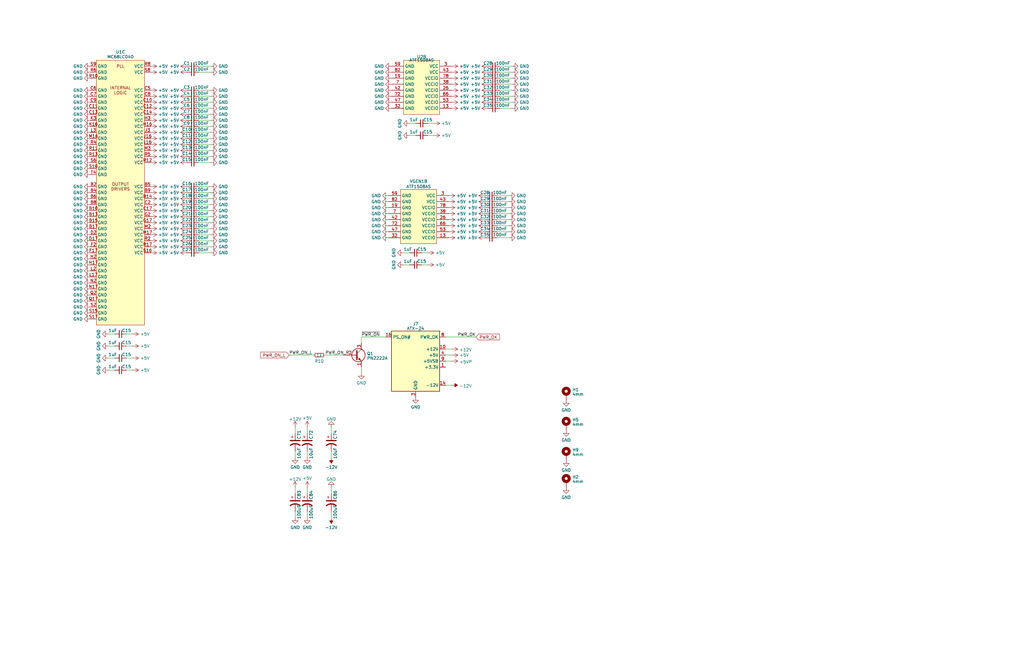
<source format=kicad_sch>
(kicad_sch (version 20230121) (generator eeschema)
  (paper "USLedger")
  (wire (pts (xy 88.9 104.14) (xy 83.82 104.14)))
  (wire (pts (xy 190.5 147.32) (xy 187.96 147.32)))
  (wire (pts (xy 129.54 218.44) (xy 129.54 215.9)))
  (wire (pts (xy 88.9 48.26) (xy 83.82 48.26)))
  (wire (pts (xy 88.9 60.96) (xy 83.82 60.96)))
  (wire (pts (xy 88.9 30.48) (xy 83.82 30.48)))
  (wire (pts (xy 215.9 38.1) (xy 210.82 38.1)))
  (wire (pts (xy 182.88 57.15) (xy 180.34 57.15)))
  (wire (pts (xy 172.72 52.07) (xy 175.26 52.07)))
  (wire (pts (xy 88.9 93.98) (xy 83.82 93.98)))
  (wire (pts (xy 88.9 43.18) (xy 83.82 43.18)))
  (wire (pts (xy 214.63 85.09) (xy 209.55 85.09)))
  (wire (pts (xy 88.9 101.6) (xy 83.82 101.6)))
  (wire (pts (xy 152.4 144.78) (xy 152.4 142.24)))
  (wire (pts (xy 88.9 99.06) (xy 83.82 99.06)))
  (wire (pts (xy 215.9 33.02) (xy 210.82 33.02)))
  (wire (pts (xy 215.9 40.64) (xy 210.82 40.64)))
  (wire (pts (xy 214.63 97.79) (xy 209.55 97.79)))
  (wire (pts (xy 215.9 45.72) (xy 210.82 45.72)))
  (wire (pts (xy 180.34 111.76) (xy 177.8 111.76)))
  (wire (pts (xy 139.7 193.04) (xy 139.7 190.5)))
  (wire (pts (xy 45.72 146.05) (xy 48.26 146.05)))
  (wire (pts (xy 88.9 96.52) (xy 83.82 96.52)))
  (wire (pts (xy 129.54 180.34) (xy 129.54 182.88)))
  (wire (pts (xy 88.9 40.64) (xy 83.82 40.64)))
  (wire (pts (xy 129.54 193.04) (xy 129.54 190.5)))
  (wire (pts (xy 139.7 218.44) (xy 139.7 215.9)))
  (wire (pts (xy 88.9 78.74) (xy 83.82 78.74)))
  (wire (pts (xy 88.9 58.42) (xy 83.82 58.42)))
  (wire (pts (xy 88.9 81.28) (xy 83.82 81.28)))
  (wire (pts (xy 139.7 205.74) (xy 139.7 208.28)))
  (wire (pts (xy 190.5 162.56) (xy 187.96 162.56)))
  (wire (pts (xy 152.4 142.24) (xy 162.56 142.24)))
  (wire (pts (xy 214.63 95.25) (xy 209.55 95.25)))
  (wire (pts (xy 88.9 86.36) (xy 83.82 86.36)))
  (wire (pts (xy 121.92 149.86) (xy 132.08 149.86)))
  (wire (pts (xy 88.9 27.94) (xy 83.82 27.94)))
  (wire (pts (xy 215.9 35.56) (xy 210.82 35.56)))
  (wire (pts (xy 55.88 151.13) (xy 53.34 151.13)))
  (wire (pts (xy 124.46 205.74) (xy 124.46 208.28)))
  (wire (pts (xy 55.88 140.97) (xy 53.34 140.97)))
  (wire (pts (xy 88.9 53.34) (xy 83.82 53.34)))
  (wire (pts (xy 214.63 82.55) (xy 209.55 82.55)))
  (wire (pts (xy 215.9 43.18) (xy 210.82 43.18)))
  (wire (pts (xy 88.9 55.88) (xy 83.82 55.88)))
  (wire (pts (xy 152.4 157.48) (xy 152.4 154.94)))
  (wire (pts (xy 88.9 88.9) (xy 83.82 88.9)))
  (wire (pts (xy 88.9 106.68) (xy 83.82 106.68)))
  (wire (pts (xy 45.72 140.97) (xy 48.26 140.97)))
  (wire (pts (xy 170.18 111.76) (xy 172.72 111.76)))
  (wire (pts (xy 215.9 27.94) (xy 210.82 27.94)))
  (wire (pts (xy 124.46 218.44) (xy 124.46 215.9)))
  (wire (pts (xy 172.72 57.15) (xy 175.26 57.15)))
  (wire (pts (xy 139.7 180.34) (xy 139.7 182.88)))
  (wire (pts (xy 215.9 30.48) (xy 210.82 30.48)))
  (wire (pts (xy 88.9 45.72) (xy 83.82 45.72)))
  (wire (pts (xy 88.9 91.44) (xy 83.82 91.44)))
  (wire (pts (xy 124.46 180.34) (xy 124.46 182.88)))
  (wire (pts (xy 214.63 92.71) (xy 209.55 92.71)))
  (wire (pts (xy 88.9 83.82) (xy 83.82 83.82)))
  (wire (pts (xy 200.66 142.24) (xy 187.96 142.24)))
  (wire (pts (xy 88.9 63.5) (xy 83.82 63.5)))
  (wire (pts (xy 88.9 66.04) (xy 83.82 66.04)))
  (wire (pts (xy 45.72 151.13) (xy 48.26 151.13)))
  (wire (pts (xy 88.9 50.8) (xy 83.82 50.8)))
  (wire (pts (xy 55.88 146.05) (xy 53.34 146.05)))
  (wire (pts (xy 88.9 38.1) (xy 83.82 38.1)))
  (wire (pts (xy 129.54 205.74) (xy 129.54 208.28)))
  (wire (pts (xy 88.9 68.58) (xy 83.82 68.58)))
  (wire (pts (xy 45.72 156.21) (xy 48.26 156.21)))
  (wire (pts (xy 137.16 149.86) (xy 144.78 149.86)))
  (wire (pts (xy 124.46 193.04) (xy 124.46 190.5)))
  (wire (pts (xy 180.34 106.68) (xy 177.8 106.68)))
  (wire (pts (xy 214.63 87.63) (xy 209.55 87.63)))
  (wire (pts (xy 190.5 149.86) (xy 187.96 149.86)))
  (wire (pts (xy 214.63 90.17) (xy 209.55 90.17)))
  (wire (pts (xy 214.63 100.33) (xy 209.55 100.33)))
  (wire (pts (xy 55.88 156.21) (xy 53.34 156.21)))
  (wire (pts (xy 182.88 52.07) (xy 180.34 52.07)))
  (wire (pts (xy 190.5 152.4) (xy 187.96 152.4)))
  (wire (pts (xy 170.18 106.68) (xy 172.72 106.68)))
  (label "PWR_ON_L" (at 121.92 149.86 0))
  (label "PWR_ON_R" (at 137.16 149.86 0))
  (label "PWR_OK" (at 200.66 142.24 180))
  (label "~{PWR_ON}" (at 152.4 142.24 0))
  (global_label "PWR_OK" (shape input) (at 200.66 142.24 0) (property "Intersheetrefs" "${INTERSHEET_REFS}" (effects hide)))
  (global_label "PWR_ON_L" (shape input) (at 121.92 149.86 180) (property "Intersheetrefs" "${INTERSHEET_REFS}" (effects hide)))
  (symbol (lib_id "Device:C_Small") (at 81.28 81.28 90) (unit 1)
    (property "Reference" "C17" (at 78.74 80.01 90))
    (property "Value" "100nF" (at 85.09 80.01 90))
    (property "Footprint" "Capacitor_SMD:C_0402_1005Metric_Pad0.74x0.62mm_HandSolder" (effects hide))
    (property "JLC-Part" "https://jlcpcb.com/partdetail/1877-CL05B104KO5NNNC/C1525" (effects hide))
  )
  (symbol (lib_id "power:+5V") (at 189.23 87.63 270) (unit 1)
    (property "Reference" "#PWR0135" (effects hide))
    (property "Value" "+5V" (at 192.405 87.63 90) (effects (justify left)))
    (instances (project "MultiBASIC040" (path "" (reference "#PWR0135") (unit 1)) (path "" (reference "#PWR0206") (unit 1))))
  )
  (symbol (lib_id "power:GND") (at 38.1 86.36 270) (unit 1)
    (property "Reference" "#PWR050" (effects hide))
    (property "Value" "GND" (at 34.9251 86.36 90) (effects (justify right)))
    (instances (project "MultiBASIC040" (path "" (reference "#PWR050") (unit 1)) (path "" (reference "#PWR0174") (unit 1))))
  )
  (symbol (lib_id "power:+5V") (at 189.23 82.55 270) (unit 1)
    (property "Reference" "#PWR0129" (effects hide))
    (property "Value" "+5V" (at 192.405 82.55 90) (effects (justify left)))
    (instances (project "MultiBASIC040" (path "" (reference "#PWR0129") (unit 1)) (path "" (reference "#PWR0204") (unit 1))))
  )
  (symbol (lib_id "Device:C_Small") (at 50.8 151.13 270) (unit 1)
    (property "Reference" "C15" (at 51.4374 149.6441 90) (effects (justify left)))
    (property "Value" "1uF" (at 45.7064 149.6441 90) (effects (justify left)))
    (property "Footprint" "Capacitor_SMD:C_0402_1005Metric_Pad0.74x0.62mm_HandSolder" (effects hide))
    (property "JLC-Part" "https://jlcpcb.com/partdetail/53938-CL05A105KA5NQNC/C52923" (effects hide))
    (property "Mouser-Part" "187-CL05A105KA5NQNC" (effects hide))
    (property "Notes" "JLC" (effects hide))
    (instances (project "Wrap030-ATX" (path "" (reference "C15") (unit 1)) (path "" (reference "C19") (unit 1)) (path "" (reference "C42") (unit 1)) (path "" (reference "C51") (unit 1))) (project "MultiBASIC040" (path "" (reference "C36") (unit 1)) (path "" (reference "C56") (unit 1))))
  )
  (symbol (lib_id "power:GND") (at 165.1 43.18 270) (unit 1)
    (property "Reference" "#PWR050" (effects hide))
    (property "Value" "GND" (at 161.9251 43.18 90) (effects (justify right)))
    (instances (project "MultiBASIC040" (path "" (reference "#PWR050") (unit 1)) (path "" (reference "#PWR0200") (unit 1))))
  )
  (symbol (lib_id "power:GND") (at 214.63 85.09 90) (unit 1)
    (property "Reference" "#PWR0134" (effects hide))
    (property "Value" "GND" (at 217.805 85.09 90) (effects (justify right)))
    (instances (project "MultiBASIC040" (path "" (reference "#PWR0134") (unit 1)) (path "" (reference "#PWR0221") (unit 1))))
  )
  (symbol (lib_id "power:GND") (at 88.9 50.8 90) (unit 1)
    (property "Reference" "#PWR064" (effects hide))
    (property "Value" "GND" (at 92.075 50.8 90) (effects (justify right)))
    (instances (project "MultiBASIC040" (path "" (reference "#PWR064") (unit 1)) (path "" (reference "#PWR0109") (unit 1))))
  )
  (symbol (lib_id "power:-12V") (at 139.7 193.04 180) (unit 1)
    (property "Reference" "#PWR0275" (effects hide))
    (property "Value" "-12V" (at 139.7 197.1755 0))
    (instances (project "Wrap030-ATX" (path "" (reference "#PWR0275") (unit 1)) (path "" (reference "#PWR0262") (unit 1))) (project "MultiBASIC040" (path "" (reference "#PWR0289") (unit 1))))
  )
  (symbol (lib_id "power:GND") (at 38.1 40.64 270) (unit 1)
    (property "Reference" "#PWR050" (effects hide))
    (property "Value" "GND" (at 34.9251 40.64 90) (effects (justify right)))
    (instances (project "MultiBASIC040" (path "" (reference "#PWR050") (unit 1)) (path "" (reference "#PWR0157") (unit 1))))
  )
  (symbol (lib_id "power:+5V") (at 205.74 35.56 90) (unit 1)
    (property "Reference" "#PWR0139" (effects hide))
    (property "Value" "+5V" (at 202.5651 35.56 90) (effects (justify left)))
    (instances (project "MultiBASIC040" (path "" (reference "#PWR0139") (unit 1)) (path "" (reference "#PWR0140") (unit 1))))
  )
  (symbol (lib_id "power:GND") (at 38.1 129.54 270) (unit 1)
    (property "Reference" "#PWR050" (effects hide))
    (property "Value" "GND" (at 34.9251 129.54 90) (effects (justify right)))
    (instances (project "MultiBASIC040" (path "" (reference "#PWR050") (unit 1)) (path "" (reference "#PWR0191") (unit 1))))
  )
  (symbol (lib_id "power:GND") (at 163.83 95.25 270) (unit 1)
    (property "Reference" "#PWR050" (effects hide))
    (property "Value" "GND" (at 160.6551 95.25 90) (effects (justify right)))
    (instances (project "MultiBASIC040" (path "" (reference "#PWR050") (unit 1)) (path "" (reference "#PWR0253") (unit 1))))
  )
  (symbol (lib_id "power:+5V") (at 63.5 53.34 270) (unit 1)
    (property "Reference" "#PWR0110" (effects hide))
    (property "Value" "+5V" (at 66.675 53.34 90) (effects (justify left)))
    (instances (project "MultiBASIC040" (path "" (reference "#PWR0110") (unit 1)) (path "" (reference "#PWR056") (unit 1))))
  )
  (symbol (lib_id "Device:C_Small") (at 81.28 40.64 90) (unit 1)
    (property "Reference" "C4" (at 78.74 39.37 90))
    (property "Value" "100nF" (at 85.09 39.37 90))
    (property "Footprint" "Capacitor_SMD:C_0402_1005Metric_Pad0.74x0.62mm_HandSolder" (effects hide))
    (property "JLC-Part" "https://jlcpcb.com/partdetail/1877-CL05B104KO5NNNC/C1525" (effects hide))
  )
  (symbol (lib_id "power:GND") (at 215.9 38.1 90) (unit 1)
    (property "Reference" "#PWR0143" (effects hide))
    (property "Value" "GND" (at 219.075 38.1 90) (effects (justify right)))
    (instances (project "MultiBASIC040" (path "" (reference "#PWR0143") (unit 1)) (path "" (reference "#PWR0149") (unit 1))))
  )
  (symbol (lib_id "power:+5V") (at 55.88 146.05 270) (unit 1)
    (property "Reference" "#PWR024" (effects hide))
    (property "Value" "+5V" (at 59.055 146.05 90) (effects (justify left)))
    (instances (project "MultiBASIC040" (path "" (reference "#PWR024") (unit 1)) (path "" (reference "#PWR0265") (unit 1))))
  )
  (symbol (lib_id "power:GND") (at 165.1 45.72 270) (unit 1)
    (property "Reference" "#PWR050" (effects hide))
    (property "Value" "GND" (at 161.9251 45.72 90) (effects (justify right)))
    (instances (project "MultiBASIC040" (path "" (reference "#PWR050") (unit 1)) (path "" (reference "#PWR0201") (unit 1))))
  )
  (symbol (lib_id "power:+5V") (at 63.5 27.94 270) (unit 1)
    (property "Reference" "#PWR048" (effects hide))
    (property "Value" "+5V" (at 66.675 27.94 90) (effects (justify left)))
  )
  (symbol (lib_id "power:GND") (at 38.1 114.3 270) (unit 1)
    (property "Reference" "#PWR050" (effects hide))
    (property "Value" "GND" (at 34.9251 114.3 90) (effects (justify right)))
    (instances (project "MultiBASIC040" (path "" (reference "#PWR050") (unit 1)) (path "" (reference "#PWR0185") (unit 1))))
  )
  (symbol (lib_id "power:+5V") (at 63.5 81.28 270) (unit 1)
    (property "Reference" "#PWR0117" (effects hide))
    (property "Value" "+5V" (at 66.675 81.28 90) (effects (justify left)))
    (instances (project "MultiBASIC040" (path "" (reference "#PWR0117") (unit 1)) (path "" (reference "#PWR064") (unit 1))))
  )
  (symbol (lib_id "power:GND") (at 38.1 50.8 270) (unit 1)
    (property "Reference" "#PWR050" (effects hide))
    (property "Value" "GND" (at 34.9251 50.8 90) (effects (justify right)))
    (instances (project "MultiBASIC040" (path "" (reference "#PWR050") (unit 1)) (path "" (reference "#PWR0161") (unit 1))))
  )
  (symbol (lib_id "power:GND") (at 38.1 119.38 270) (unit 1)
    (property "Reference" "#PWR050" (effects hide))
    (property "Value" "GND" (at 34.9251 119.38 90) (effects (justify right)))
    (instances (project "MultiBASIC040" (path "" (reference "#PWR050") (unit 1)) (path "" (reference "#PWR0187") (unit 1))))
  )
  (symbol (lib_id "Device:C_Small") (at 81.28 66.04 90) (unit 1)
    (property "Reference" "C14" (at 78.74 64.77 90))
    (property "Value" "100nF" (at 85.09 64.77 90))
    (property "Footprint" "Capacitor_SMD:C_0402_1005Metric_Pad0.74x0.62mm_HandSolder" (effects hide))
    (property "JLC-Part" "https://jlcpcb.com/partdetail/1877-CL05B104KO5NNNC/C1525" (effects hide))
  )
  (symbol (lib_id "power:GND") (at 88.9 48.26 90) (unit 1)
    (property "Reference" "#PWR062" (effects hide))
    (property "Value" "GND" (at 92.075 48.26 90) (effects (justify right)))
    (instances (project "MultiBASIC040" (path "" (reference "#PWR062") (unit 1)) (path "" (reference "#PWR0108") (unit 1))))
  )
  (symbol (lib_id "power:GND") (at 38.1 124.46 270) (unit 1)
    (property "Reference" "#PWR050" (effects hide))
    (property "Value" "GND" (at 34.9251 124.46 90) (effects (justify right)))
    (instances (project "MultiBASIC040" (path "" (reference "#PWR050") (unit 1)) (path "" (reference "#PWR0189") (unit 1))))
  )
  (symbol (lib_id "power:GND") (at 88.9 96.52 90) (unit 1)
    (property "Reference" "#PWR094" (effects hide))
    (property "Value" "GND" (at 92.075 96.52 90) (effects (justify right)))
    (instances (project "MultiBASIC040" (path "" (reference "#PWR094") (unit 1)) (path "" (reference "#PWR0124") (unit 1))))
  )
  (symbol (lib_id "Mechanical:MountingHole_Pad") (at 238.76 191.77 0) (unit 1)
    (property "Reference" "H9" (at 241.3 189.8563 0) (effects (justify left)))
    (property "Value" "4mm" (at 241.3 191.7773 0) (effects (justify left)))
    (property "Footprint" "MountingHole:MountingHole_4mm_Pad_Via" (effects hide))
    (property "Notes" "NA" (effects hide))
    (instances (project "Wrap030-ATX" (path "" (reference "H9") (unit 1))) (project "MultiBASIC040" (path "" (reference "H3") (unit 1))))
  )
  (symbol (lib_id "Device:C_Small") (at 81.28 38.1 90) (unit 1)
    (property "Reference" "C3" (at 78.74 36.83 90))
    (property "Value" "100nF" (at 85.09 36.83 90))
    (property "Footprint" "Capacitor_SMD:C_0402_1005Metric_Pad0.74x0.62mm_HandSolder" (effects hide))
    (property "JLC-Part" "https://jlcpcb.com/partdetail/1877-CL05B104KO5NNNC/C1525" (effects hide))
  )
  (symbol (lib_id "power:GND") (at 38.1 78.74 270) (unit 1)
    (property "Reference" "#PWR050" (effects hide))
    (property "Value" "GND" (at 34.9251 78.74 90) (effects (justify right)))
    (instances (project "MultiBASIC040" (path "" (reference "#PWR050") (unit 1)) (path "" (reference "#PWR0171") (unit 1))))
  )
  (symbol (lib_id "power:GND") (at 214.63 90.17 90) (unit 1)
    (property "Reference" "#PWR0140" (effects hide))
    (property "Value" "GND" (at 217.805 90.17 90) (effects (justify right)))
    (instances (project "MultiBASIC040" (path "" (reference "#PWR0140") (unit 1)) (path "" (reference "#PWR0243") (unit 1))))
  )
  (symbol (lib_id "power:GND") (at 238.76 168.91 0) (unit 1)
    (property "Reference" "#PWR04" (effects hide))
    (property "Value" "GND" (at 238.76 173.0455 0))
    (instances (project "Wrap030-ATX" (path "" (reference "#PWR04") (unit 1)) (path "" (reference "#PWR0181") (unit 1)) (path "" (reference "#PWR0349") (unit 1))) (project "MultiBASIC040" (path "" (reference "#PWR0314") (unit 1))))
  )
  (symbol (lib_id "Device:C_Small") (at 81.28 43.18 90) (unit 1)
    (property "Reference" "C5" (at 78.74 41.91 90))
    (property "Value" "100nF" (at 85.09 41.91 90))
    (property "Footprint" "Capacitor_SMD:C_0402_1005Metric_Pad0.74x0.62mm_HandSolder" (effects hide))
    (property "JLC-Part" "https://jlcpcb.com/partdetail/1877-CL05B104KO5NNNC/C1525" (effects hide))
  )
  (symbol (lib_id "power:GND") (at 38.1 81.28 270) (unit 1)
    (property "Reference" "#PWR050" (effects hide))
    (property "Value" "GND" (at 34.9251 81.28 90) (effects (justify right)))
    (instances (project "MultiBASIC040" (path "" (reference "#PWR050") (unit 1)) (path "" (reference "#PWR0172") (unit 1))))
  )
  (symbol (lib_id "power:GND") (at 38.1 66.04 270) (unit 1)
    (property "Reference" "#PWR050" (effects hide))
    (property "Value" "GND" (at 34.9251 66.04 90) (effects (justify right)))
    (instances (project "MultiBASIC040" (path "" (reference "#PWR050") (unit 1)) (path "" (reference "#PWR0167") (unit 1))))
  )
  (symbol (lib_id "power:GND") (at 45.72 140.97 270) (unit 1)
    (property "Reference" "#PWR032" (effects hide))
    (property "Value" "GND" (at 41.5845 140.97 0))
    (instances (project "Wrap030-ATX" (path "" (reference "#PWR032") (unit 1)) (path "" (reference "#PWR048") (unit 1)) (path "" (reference "#PWR0116") (unit 1)) (path "" (reference "#PWR0139") (unit 1))) (project "MultiBASIC040" (path "" (reference "#PWR0203") (unit 1)) (path "" (reference "#PWR0262") (unit 1))))
  )
  (symbol (lib_id "power:+5V") (at 63.5 60.96 270) (unit 1)
    (property "Reference" "#PWR0113" (effects hide))
    (property "Value" "+5V" (at 66.675 60.96 90) (effects (justify left)))
    (instances (project "MultiBASIC040" (path "" (reference "#PWR0113") (unit 1)) (path "" (reference "#PWR059") (unit 1))))
  )
  (symbol (lib_id "power:+5V") (at 63.5 38.1 270) (unit 1)
    (property "Reference" "#PWR0104" (effects hide))
    (property "Value" "+5V" (at 66.675 38.1 90) (effects (justify left)))
    (instances (project "MultiBASIC040" (path "" (reference "#PWR0104") (unit 1)) (path "" (reference "#PWR050") (unit 1))))
  )
  (symbol (lib_id "Device:C_Small") (at 81.28 30.48 90) (unit 1)
    (property "Reference" "C2" (at 78.74 29.21 90))
    (property "Value" "100nF" (at 85.09 29.21 90))
    (property "Footprint" "Capacitor_SMD:C_0402_1005Metric_Pad0.74x0.62mm_HandSolder" (effects hide))
    (property "JLC-Part" "https://jlcpcb.com/partdetail/1877-CL05B104KO5NNNC/C1525" (effects hide))
  )
  (symbol (lib_id "power:GND") (at 38.1 93.98 270) (unit 1)
    (property "Reference" "#PWR050" (effects hide))
    (property "Value" "GND" (at 34.9251 93.98 90) (effects (justify right)))
    (instances (project "MultiBASIC040" (path "" (reference "#PWR050") (unit 1)) (path "" (reference "#PWR0177") (unit 1))))
  )
  (symbol (lib_id "Device:C_Small") (at 50.8 146.05 270) (unit 1)
    (property "Reference" "C15" (at 51.4374 144.5641 90) (effects (justify left)))
    (property "Value" "1uF" (at 45.7064 144.5641 90) (effects (justify left)))
    (property "Footprint" "Capacitor_SMD:C_0402_1005Metric_Pad0.74x0.62mm_HandSolder" (effects hide))
    (property "JLC-Part" "https://jlcpcb.com/partdetail/53938-CL05A105KA5NQNC/C52923" (effects hide))
    (property "Mouser-Part" "187-CL05A105KA5NQNC" (effects hide))
    (property "Notes" "JLC" (effects hide))
    (instances (project "Wrap030-ATX" (path "" (reference "C15") (unit 1)) (path "" (reference "C19") (unit 1)) (path "" (reference "C42") (unit 1)) (path "" (reference "C51") (unit 1))) (project "MultiBASIC040" (path "" (reference "C36") (unit 1)) (path "" (reference "C55") (unit 1))))
  )
  (symbol (lib_id "power:GND") (at 38.1 111.76 270) (unit 1)
    (property "Reference" "#PWR050" (effects hide))
    (property "Value" "GND" (at 34.9251 111.76 90) (effects (justify right)))
    (instances (project "MultiBASIC040" (path "" (reference "#PWR050") (unit 1)) (path "" (reference "#PWR0184") (unit 1))))
  )
  (symbol (lib_id "Device:C_Small") (at 207.01 85.09 90) (unit 1)
    (property "Reference" "C29" (at 204.47 83.82 90))
    (property "Value" "100nF" (at 210.82 83.82 90))
    (property "Footprint" "Capacitor_SMD:C_0402_1005Metric_Pad0.74x0.62mm_HandSolder" (effects hide))
    (property "JLC-Part" "https://jlcpcb.com/partdetail/1877-CL05B104KO5NNNC/C1525" (effects hide))
    (instances (project "MultiBASIC040" (path "" (reference "C29") (unit 1)) (path "" (reference "C38") (unit 1))))
  )
  (symbol (lib_id "power:+5V") (at 78.74 60.96 90) (unit 1)
    (property "Reference" "#PWR071" (effects hide))
    (property "Value" "+5V" (at 75.5651 60.96 90) (effects (justify left)))
    (instances (project "MultiBASIC040" (path "" (reference "#PWR071") (unit 1)) (path "" (reference "#PWR086") (unit 1))))
  )
  (symbol (lib_id "power:GND") (at 38.1 134.62 270) (unit 1)
    (property "Reference" "#PWR050" (effects hide))
    (property "Value" "GND" (at 34.9251 134.62 90) (effects (justify right)))
    (instances (project "MultiBASIC040" (path "" (reference "#PWR050") (unit 1)) (path "" (reference "#PWR0193") (unit 1))))
  )
  (symbol (lib_id "power:GND") (at 165.1 38.1 270) (unit 1)
    (property "Reference" "#PWR050" (effects hide))
    (property "Value" "GND" (at 161.9251 38.1 90) (effects (justify right)))
    (instances (project "MultiBASIC040" (path "" (reference "#PWR050") (unit 1)) (path "" (reference "#PWR0198") (unit 1))))
  )
  (symbol (lib_id "Device:C_Small") (at 208.28 35.56 90) (unit 1)
    (property "Reference" "C31" (at 205.74 34.29 90))
    (property "Value" "100nF" (at 212.09 34.29 90))
    (property "Footprint" "Capacitor_SMD:C_0402_1005Metric_Pad0.74x0.62mm_HandSolder" (effects hide))
    (property "JLC-Part" "https://jlcpcb.com/partdetail/1877-CL05B104KO5NNNC/C1525" (effects hide))
  )
  (symbol (lib_id "power:+5V") (at 205.74 40.64 90) (unit 1)
    (property "Reference" "#PWR0145" (effects hide))
    (property "Value" "+5V" (at 202.5651 40.64 90) (effects (justify left)))
    (instances (project "MultiBASIC040" (path "" (reference "#PWR0145") (unit 1)) (path "" (reference "#PWR0142") (unit 1))))
  )
  (symbol (lib_id "power:GND") (at 38.1 99.06 270) (unit 1)
    (property "Reference" "#PWR050" (effects hide))
    (property "Value" "GND" (at 34.9251 99.06 90) (effects (justify right)))
    (instances (project "MultiBASIC040" (path "" (reference "#PWR050") (unit 1)) (path "" (reference "#PWR0179") (unit 1))))
  )
  (symbol (lib_id "power:+5V") (at 204.47 100.33 90) (unit 1)
    (property "Reference" "#PWR0151" (effects hide))
    (property "Value" "+5V" (at 201.2951 100.33 90) (effects (justify left)))
    (instances (project "MultiBASIC040" (path "" (reference "#PWR0151") (unit 1)) (path "" (reference "#PWR0219") (unit 1))))
  )
  (symbol (lib_id "power:GND") (at 38.1 104.14 270) (unit 1)
    (property "Reference" "#PWR050" (effects hide))
    (property "Value" "GND" (at 34.9251 104.14 90) (effects (justify right)))
    (instances (project "MultiBASIC040" (path "" (reference "#PWR050") (unit 1)) (path "" (reference "#PWR0181") (unit 1))))
  )
  (symbol (lib_id "Device:C_Small") (at 81.28 88.9 90) (unit 1)
    (property "Reference" "C20" (at 78.74 87.63 90))
    (property "Value" "100nF" (at 85.09 87.63 90))
    (property "Footprint" "Capacitor_SMD:C_0402_1005Metric_Pad0.74x0.62mm_HandSolder" (effects hide))
    (property "JLC-Part" "https://jlcpcb.com/partdetail/1877-CL05B104KO5NNNC/C1525" (effects hide))
  )
  (symbol (lib_id "power:GND") (at 38.1 38.1 270) (unit 1)
    (property "Reference" "#PWR050" (effects hide))
    (property "Value" "GND" (at 34.9251 38.1 90) (effects (justify right)))
    (instances (project "MultiBASIC040" (path "" (reference "#PWR050") (unit 1)) (path "" (reference "#PWR0156") (unit 1))))
  )
  (symbol (lib_id "power:+5V") (at 205.74 45.72 90) (unit 1)
    (property "Reference" "#PWR0151" (effects hide))
    (property "Value" "+5V" (at 202.5651 45.72 90) (effects (justify left)))
    (instances (project "MultiBASIC040" (path "" (reference "#PWR0151") (unit 1)) (path "" (reference "#PWR0144") (unit 1))))
  )
  (symbol (lib_id "Device:C_Small") (at 207.01 100.33 90) (unit 1)
    (property "Reference" "C35" (at 204.47 99.06 90))
    (property "Value" "100nF" (at 210.82 99.06 90))
    (property "Footprint" "Capacitor_SMD:C_0402_1005Metric_Pad0.74x0.62mm_HandSolder" (effects hide))
    (property "JLC-Part" "https://jlcpcb.com/partdetail/1877-CL05B104KO5NNNC/C1525" (effects hide))
    (instances (project "MultiBASIC040" (path "" (reference "C35") (unit 1)) (path "" (reference "C44") (unit 1))))
  )
  (symbol (lib_id "power:GND") (at 170.18 106.68 270) (unit 1)
    (property "Reference" "#PWR032" (effects hide))
    (property "Value" "GND" (at 166.0445 106.68 0))
    (instances (project "Wrap030-ATX" (path "" (reference "#PWR032") (unit 1)) (path "" (reference "#PWR048") (unit 1)) (path "" (reference "#PWR0116") (unit 1)) (path "" (reference "#PWR0139") (unit 1))) (project "MultiBASIC040" (path "" (reference "#PWR0203") (unit 1)) (path "" (reference "#PWR0203") (unit 1))))
  )
  (symbol (lib_id "power:+5V") (at 189.23 85.09 270) (unit 1)
    (property "Reference" "#PWR0132" (effects hide))
    (property "Value" "+5V" (at 192.405 85.09 90) (effects (justify left)))
    (instances (project "MultiBASIC040" (path "" (reference "#PWR0132") (unit 1)) (path "" (reference "#PWR0205") (unit 1))))
  )
  (symbol (lib_id "power:GND") (at 215.9 43.18 90) (unit 1)
    (property "Reference" "#PWR0149" (effects hide))
    (property "Value" "GND" (at 219.075 43.18 90) (effects (justify right)))
    (instances (project "MultiBASIC040" (path "" (reference "#PWR0149") (unit 1)) (path "" (reference "#PWR0151") (unit 1))))
  )
  (symbol (lib_id "power:+5V") (at 55.88 156.21 270) (unit 1)
    (property "Reference" "#PWR024" (effects hide))
    (property "Value" "+5V" (at 59.055 156.21 90) (effects (justify left)))
    (instances (project "MultiBASIC040" (path "" (reference "#PWR024") (unit 1)) (path "" (reference "#PWR0269") (unit 1))))
  )
  (symbol (lib_id "Device:C_Polarized_US") (at 139.7 186.69 0) (unit 1)
    (property "Reference" "C74" (at 141.351 185.4113 90) (effects (justify left)))
    (property "Value" "10uF" (at 141.351 193.6823 90) (effects (justify left)))
    (property "Footprint" "Capacitor_THT:CP_Radial_D5.0mm_P2.50mm" (effects hide))
    (property "Mouser-Part" "710-860010372001" (effects hide))
    (property "Notes" "OFE" (effects hide))
    (instances (project "Wrap030-ATX" (path "" (reference "C74") (unit 1)) (path "" (reference "C84") (unit 1))) (project "MultiBASIC040" (path "" (reference "C70") (unit 1))))
  )
  (symbol (lib_id "power:GND") (at 214.63 92.71 90) (unit 1)
    (property "Reference" "#PWR0143" (effects hide))
    (property "Value" "GND" (at 217.805 92.71 90) (effects (justify right)))
    (instances (project "MultiBASIC040" (path "" (reference "#PWR0143") (unit 1)) (path "" (reference "#PWR0244") (unit 1))))
  )
  (symbol (lib_id "power:GND") (at 38.1 60.96 270) (unit 1)
    (property "Reference" "#PWR050" (effects hide))
    (property "Value" "GND" (at 34.9251 60.96 90) (effects (justify right)))
    (instances (project "MultiBASIC040" (path "" (reference "#PWR050") (unit 1)) (path "" (reference "#PWR0165") (unit 1))))
  )
  (symbol (lib_id "Device:R_Small") (at 134.62 149.86 270) (mirror x) (unit 1)
    (property "Reference" "R10" (at 134.62 152.4 90))
    (property "Value" "1k" (at 134.62 149.86 90))
    (property "Footprint" "Resistor_SMD:R_0402_1005Metric" (effects hide))
    (instances (project "MultiBASIC040" (path "" (reference "R10") (unit 1)) (path "" (reference "R53") (unit 1))))
  )
  (symbol (lib_id "power:+5V") (at 189.23 90.17 270) (unit 1)
    (property "Reference" "#PWR0138" (effects hide))
    (property "Value" "+5V" (at 192.405 90.17 90) (effects (justify left)))
    (instances (project "MultiBASIC040" (path "" (reference "#PWR0138") (unit 1)) (path "" (reference "#PWR0207") (unit 1))))
  )
  (symbol (lib_id "Wrap030-ATX:ATF1508AS") (at 176.53 80.01 0) (unit 2)
    (property "Reference" "VGEN1" (at 176.53 76.5081 0))
    (property "Value" "ATF1508AS" (at 176.53 78.74 0))
    (property "Footprint" "Package_LCC:PLCC-84_THT-Socket" (effects hide))
    (property "Mouser-Part" "556-ATF1508AS-10JU84" (effects hide))
    (property "Notes" "OFE" (effects hide))
    (property "Socket-Mouser" "575-948424" (effects hide))
    (instances (project "Wrap030-ATX" (path "" (reference "VGEN1") (unit 2)) (path "" (reference "GLUE1") (unit 2)) (path "" (reference "RAMC1") (unit 2))) (project "MultiBASIC040" (path "" (reference "RAMC1") (unit 2)) (path "" (reference "RAMC1") (unit 2))))
  )
  (symbol (lib_id "power:GND") (at 38.1 109.22 270) (unit 1)
    (property "Reference" "#PWR050" (effects hide))
    (property "Value" "GND" (at 34.9251 109.22 90) (effects (justify right)))
    (instances (project "MultiBASIC040" (path "" (reference "#PWR050") (unit 1)) (path "" (reference "#PWR0183") (unit 1))))
  )
  (symbol (lib_id "power:GND") (at 38.1 48.26 270) (unit 1)
    (property "Reference" "#PWR050" (effects hide))
    (property "Value" "GND" (at 34.9251 48.26 90) (effects (justify right)))
    (instances (project "MultiBASIC040" (path "" (reference "#PWR050") (unit 1)) (path "" (reference "#PWR0160") (unit 1))))
  )
  (symbol (lib_id "Device:C_Small") (at 50.8 156.21 270) (unit 1)
    (property "Reference" "C15" (at 51.4374 154.7241 90) (effects (justify left)))
    (property "Value" "1uF" (at 45.7064 154.7241 90) (effects (justify left)))
    (property "Footprint" "Capacitor_SMD:C_0402_1005Metric_Pad0.74x0.62mm_HandSolder" (effects hide))
    (property "JLC-Part" "https://jlcpcb.com/partdetail/53938-CL05A105KA5NQNC/C52923" (effects hide))
    (property "Mouser-Part" "187-CL05A105KA5NQNC" (effects hide))
    (property "Notes" "JLC" (effects hide))
    (instances (project "Wrap030-ATX" (path "" (reference "C15") (unit 1)) (path "" (reference "C19") (unit 1)) (path "" (reference "C42") (unit 1)) (path "" (reference "C51") (unit 1))) (project "MultiBASIC040" (path "" (reference "C36") (unit 1)) (path "" (reference "C57") (unit 1))))
  )
  (symbol (lib_id "power:GND") (at 38.1 127 270) (unit 1)
    (property "Reference" "#PWR050" (effects hide))
    (property "Value" "GND" (at 34.9251 127 90) (effects (justify right)))
    (instances (project "MultiBASIC040" (path "" (reference "#PWR050") (unit 1)) (path "" (reference "#PWR0190") (unit 1))))
  )
  (symbol (lib_id "Device:C_Small") (at 207.01 82.55 90) (unit 1)
    (property "Reference" "C28" (at 204.47 81.28 90))
    (property "Value" "100nF" (at 210.82 81.28 90))
    (property "Footprint" "Capacitor_SMD:C_0402_1005Metric_Pad0.74x0.62mm_HandSolder" (effects hide))
    (property "JLC-Part" "https://jlcpcb.com/partdetail/1877-CL05B104KO5NNNC/C1525" (effects hide))
    (instances (project "MultiBASIC040" (path "" (reference "C28") (unit 1)) (path "" (reference "C37") (unit 1))))
  )
  (symbol (lib_id "Device:C_Small") (at 208.28 43.18 90) (unit 1)
    (property "Reference" "C34" (at 205.74 41.91 90))
    (property "Value" "100nF" (at 212.09 41.91 90))
    (property "Footprint" "Capacitor_SMD:C_0402_1005Metric_Pad0.74x0.62mm_HandSolder" (effects hide))
    (property "JLC-Part" "https://jlcpcb.com/partdetail/1877-CL05B104KO5NNNC/C1525" (effects hide))
  )
  (symbol (lib_id "power:GND") (at 38.1 68.58 270) (unit 1)
    (property "Reference" "#PWR050" (effects hide))
    (property "Value" "GND" (at 34.9251 68.58 90) (effects (justify right)))
    (instances (project "MultiBASIC040" (path "" (reference "#PWR050") (unit 1)) (path "" (reference "#PWR0168") (unit 1))))
  )
  (symbol (lib_id "power:GND") (at 215.9 30.48 90) (unit 1)
    (property "Reference" "#PWR0134" (effects hide))
    (property "Value" "GND" (at 219.075 30.48 90) (effects (justify right)))
    (instances (project "MultiBASIC040" (path "" (reference "#PWR0134") (unit 1)) (path "" (reference "#PWR0146") (unit 1))))
  )
  (symbol (lib_id "Device:C_Small") (at 208.28 27.94 90) (unit 1)
    (property "Reference" "C28" (at 205.74 26.67 90))
    (property "Value" "100nF" (at 212.09 26.67 90))
    (property "Footprint" "Capacitor_SMD:C_0402_1005Metric_Pad0.74x0.62mm_HandSolder" (effects hide))
    (property "JLC-Part" "https://jlcpcb.com/partdetail/1877-CL05B104KO5NNNC/C1525" (effects hide))
  )
  (symbol (lib_id "power:GND") (at 165.1 30.48 270) (unit 1)
    (property "Reference" "#PWR050" (effects hide))
    (property "Value" "GND" (at 161.9251 30.48 90) (effects (justify right)))
    (instances (project "MultiBASIC040" (path "" (reference "#PWR050") (unit 1)) (path "" (reference "#PWR0195") (unit 1))))
  )
  (symbol (lib_id "Device:C_Polarized_US") (at 139.7 212.09 0) (unit 1)
    (property "Reference" "C86" (at 141.351 210.8113 90) (effects (justify left)))
    (property "Value" "100uF" (at 141.351 219.0823 90) (effects (justify left)))
    (property "Footprint" "Capacitor_THT:CP_Radial_D7.5mm_P2.50mm" (effects hide))
    (property "Mouser-Part" "710-860010473007" (effects hide))
    (property "Notes" "OFE" (effects hide))
    (instances (project "Wrap030-ATX" (path "" (reference "C86") (unit 1)) (path "" (reference "C85") (unit 1))) (project "MultiBASIC040" (path "" (reference "C71") (unit 1))))
  )
  (symbol (lib_id "power:+5V") (at 63.5 88.9 270) (unit 1)
    (property "Reference" "#PWR0120" (effects hide))
    (property "Value" "+5V" (at 66.675 88.9 90) (effects (justify left)))
    (instances (project "MultiBASIC040" (path "" (reference "#PWR0120") (unit 1)) (path "" (reference "#PWR067") (unit 1))))
  )
  (symbol (lib_id "Device:C_Small") (at 81.28 78.74 90) (unit 1)
    (property "Reference" "C16" (at 78.74 77.47 90))
    (property "Value" "100nF" (at 85.09 77.47 90))
    (property "Footprint" "Capacitor_SMD:C_0402_1005Metric_Pad0.74x0.62mm_HandSolder" (effects hide))
    (property "JLC-Part" "https://jlcpcb.com/partdetail/1877-CL05B104KO5NNNC/C1525" (effects hide))
  )
  (symbol (lib_id "power:+5V") (at 55.88 151.13 270) (unit 1)
    (property "Reference" "#PWR024" (effects hide))
    (property "Value" "+5V" (at 59.055 151.13 90) (effects (justify left)))
    (instances (project "MultiBASIC040" (path "" (reference "#PWR024") (unit 1)) (path "" (reference "#PWR0268") (unit 1))))
  )
  (symbol (lib_id "power:+5V") (at 78.74 83.82 90) (unit 1)
    (property "Reference" "#PWR083" (effects hide))
    (property "Value" "+5V" (at 75.5651 83.82 90) (effects (justify left)))
    (instances (project "MultiBASIC040" (path "" (reference "#PWR083") (unit 1)) (path "" (reference "#PWR092") (unit 1))))
  )
  (symbol (lib_id "Device:C_Small") (at 81.28 45.72 90) (unit 1)
    (property "Reference" "C6" (at 78.74 44.45 90))
    (property "Value" "100nF" (at 85.09 44.45 90))
    (property "Footprint" "Capacitor_SMD:C_0402_1005Metric_Pad0.74x0.62mm_HandSolder" (effects hide))
    (property "JLC-Part" "https://jlcpcb.com/partdetail/1877-CL05B104KO5NNNC/C1525" (effects hide))
  )
  (symbol (lib_id "power:GND") (at 38.1 58.42 270) (unit 1)
    (property "Reference" "#PWR050" (effects hide))
    (property "Value" "GND" (at 34.9251 58.42 90) (effects (justify right)))
    (instances (project "MultiBASIC040" (path "" (reference "#PWR050") (unit 1)) (path "" (reference "#PWR0164") (unit 1))))
  )
  (symbol (lib_id "power:GND") (at 124.46 218.44 0) (unit 1)
    (property "Reference" "#PWR0279" (effects hide))
    (property "Value" "GND" (at 124.46 222.5755 0))
    (instances (project "Wrap030-ATX" (path "" (reference "#PWR0279") (unit 1)) (path "" (reference "#PWR0252") (unit 1))) (project "MultiBASIC040" (path "" (reference "#PWR0279") (unit 1))))
  )
  (symbol (lib_id "power:+5V") (at 204.47 95.25 90) (unit 1)
    (property "Reference" "#PWR0145" (effects hide))
    (property "Value" "+5V" (at 201.2951 95.25 90) (effects (justify left)))
    (instances (project "MultiBASIC040" (path "" (reference "#PWR0145") (unit 1)) (path "" (reference "#PWR0217") (unit 1))))
  )
  (symbol (lib_id "Device:C_Small") (at 208.28 45.72 90) (unit 1)
    (property "Reference" "C35" (at 205.74 44.45 90))
    (property "Value" "100nF" (at 212.09 44.45 90))
    (property "Footprint" "Capacitor_SMD:C_0402_1005Metric_Pad0.74x0.62mm_HandSolder" (effects hide))
    (property "JLC-Part" "https://jlcpcb.com/partdetail/1877-CL05B104KO5NNNC/C1525" (effects hide))
  )
  (symbol (lib_id "power:+5V") (at 205.74 30.48 90) (unit 1)
    (property "Reference" "#PWR0133" (effects hide))
    (property "Value" "+5V" (at 202.5651 30.48 90) (effects (justify left)))
    (instances (project "MultiBASIC040" (path "" (reference "#PWR0133") (unit 1)) (path "" (reference "#PWR0138") (unit 1))))
  )
  (symbol (lib_id "power:GND") (at 38.1 63.5 270) (unit 1)
    (property "Reference" "#PWR050" (effects hide))
    (property "Value" "GND" (at 34.9251 63.5 90) (effects (justify right)))
    (instances (project "MultiBASIC040" (path "" (reference "#PWR050") (unit 1)) (path "" (reference "#PWR0166") (unit 1))))
  )
  (symbol (lib_id "power:GND") (at 214.63 100.33 90) (unit 1)
    (property "Reference" "#PWR0152" (effects hide))
    (property "Value" "GND" (at 217.805 100.33 90) (effects (justify right)))
    (instances (project "MultiBASIC040" (path "" (reference "#PWR0152") (unit 1)) (path "" (reference "#PWR0247") (unit 1))))
  )
  (symbol (lib_id "Device:C_Small") (at 175.26 111.76 270) (unit 1)
    (property "Reference" "C15" (at 175.8974 110.2741 90) (effects (justify left)))
    (property "Value" "1uF" (at 170.1664 110.2741 90) (effects (justify left)))
    (property "Footprint" "Capacitor_SMD:C_0402_1005Metric_Pad0.74x0.62mm_HandSolder" (effects hide))
    (property "JLC-Part" "https://jlcpcb.com/partdetail/53938-CL05A105KA5NQNC/C52923" (effects hide))
    (property "Mouser-Part" "187-CL05A105KA5NQNC" (effects hide))
    (property "Notes" "JLC" (effects hide))
    (instances (project "Wrap030-ATX" (path "" (reference "C15") (unit 1)) (path "" (reference "C19") (unit 1)) (path "" (reference "C42") (unit 1)) (path "" (reference "C51") (unit 1))) (project "MultiBASIC040" (path "" (reference "C36") (unit 1)) (path "" (reference "C51") (unit 1))))
  )
  (symbol (lib_id "power:GND") (at 214.63 97.79 90) (unit 1)
    (property "Reference" "#PWR0149" (effects hide))
    (property "Value" "GND" (at 217.805 97.79 90) (effects (justify right)))
    (instances (project "MultiBASIC040" (path "" (reference "#PWR0149") (unit 1)) (path "" (reference "#PWR0246") (unit 1))))
  )
  (symbol (lib_id "power:+12V") (at 124.46 205.74 0) (unit 1)
    (property "Reference" "#PWR0278" (effects hide))
    (property "Value" "+12V" (at 124.46 202.2381 0))
    (instances (project "Wrap030-ATX" (path "" (reference "#PWR0278") (unit 1)) (path "" (reference "#PWR0251") (unit 1))) (project "MultiBASIC040" (path "" (reference "#PWR0278") (unit 1))))
  )
  (symbol (lib_id "power:GND") (at 88.9 88.9 90) (unit 1)
    (property "Reference" "#PWR088" (effects hide))
    (property "Value" "GND" (at 92.075 88.9 90) (effects (justify right)))
    (instances (project "MultiBASIC040" (path "" (reference "#PWR088") (unit 1)) (path "" (reference "#PWR0121") (unit 1))))
  )
  (symbol (lib_id "power:+5V") (at 182.88 57.15 270) (unit 1)
    (property "Reference" "#PWR024" (effects hide))
    (property "Value" "+5V" (at 186.055 57.15 90) (effects (justify left)))
    (instances (project "MultiBASIC040" (path "" (reference "#PWR024") (unit 1)) (path "" (reference "#PWR0261") (unit 1))))
  )
  (symbol (lib_id "Mechanical:MountingHole_Pad") (at 238.76 203.2 0) (unit 1)
    (property "Reference" "H2" (at 241.3 201.2863 0) (effects (justify left)))
    (property "Value" "4mm" (at 241.3 203.2073 0) (effects (justify left)))
    (property "Footprint" "MountingHole:MountingHole_4mm_Pad_Via" (effects hide))
    (property "Notes" "NA" (effects hide))
    (instances (project "Wrap030-ATX" (path "" (reference "H2") (unit 1))) (project "MultiBASIC040" (path "" (reference "H4") (unit 1))))
  )
  (symbol (lib_id "power:+5V") (at 63.5 86.36 270) (unit 1)
    (property "Reference" "#PWR0119" (effects hide))
    (property "Value" "+5V" (at 66.675 86.36 90) (effects (justify left)))
    (instances (project "MultiBASIC040" (path "" (reference "#PWR0119") (unit 1)) (path "" (reference "#PWR066") (unit 1))))
  )
  (symbol (lib_id "power:+5V") (at 78.74 30.48 90) (unit 1)
    (property "Reference" "#PWR051" (effects hide))
    (property "Value" "+5V" (at 75.5651 30.48 90) (effects (justify left)))
    (instances (project "MultiBASIC040" (path "" (reference "#PWR051") (unit 1)) (path "" (reference "#PWR076") (unit 1))))
  )
  (symbol (lib_id "power:GND") (at 88.9 68.58 90) (unit 1)
    (property "Reference" "#PWR078" (effects hide))
    (property "Value" "GND" (at 92.075 68.58 90) (effects (justify right)))
    (instances (project "MultiBASIC040" (path "" (reference "#PWR078") (unit 1)) (path "" (reference "#PWR0116") (unit 1))))
  )
  (symbol (lib_id "Device:C_Small") (at 81.28 58.42 90) (unit 1)
    (property "Reference" "C11" (at 78.74 57.15 90))
    (property "Value" "100nF" (at 85.09 57.15 90))
    (property "Footprint" "Capacitor_SMD:C_0402_1005Metric_Pad0.74x0.62mm_HandSolder" (effects hide))
    (property "JLC-Part" "https://jlcpcb.com/partdetail/1877-CL05B104KO5NNNC/C1525" (effects hide))
  )
  (symbol (lib_id "power:GND") (at 38.1 121.92 270) (unit 1)
    (property "Reference" "#PWR050" (effects hide))
    (property "Value" "GND" (at 34.9251 121.92 90) (effects (justify right)))
    (instances (project "MultiBASIC040" (path "" (reference "#PWR050") (unit 1)) (path "" (reference "#PWR0188") (unit 1))))
  )
  (symbol (lib_id "power:+5V") (at 204.47 82.55 90) (unit 1)
    (property "Reference" "#PWR0130" (effects hide))
    (property "Value" "+5V" (at 201.2951 82.55 90) (effects (justify left)))
    (instances (project "MultiBASIC040" (path "" (reference "#PWR0130") (unit 1)) (path "" (reference "#PWR0212") (unit 1))))
  )
  (symbol (lib_id "power:GND") (at 214.63 82.55 90) (unit 1)
    (property "Reference" "#PWR0131" (effects hide))
    (property "Value" "GND" (at 217.805 82.55 90) (effects (justify right)))
    (instances (project "MultiBASIC040" (path "" (reference "#PWR0131") (unit 1)) (path "" (reference "#PWR0220") (unit 1))))
  )
  (symbol (lib_id "power:+5V") (at 63.5 93.98 270) (unit 1)
    (property "Reference" "#PWR0122" (effects hide))
    (property "Value" "+5V" (at 66.675 93.98 90) (effects (justify left)))
    (instances (project "MultiBASIC040" (path "" (reference "#PWR0122") (unit 1)) (path "" (reference "#PWR069") (unit 1))))
  )
  (symbol (lib_id "power:+5V") (at 182.88 52.07 270) (unit 1)
    (property "Reference" "#PWR024" (effects hide))
    (property "Value" "+5V" (at 186.055 52.07 90) (effects (justify left)))
    (instances (project "MultiBASIC040" (path "" (reference "#PWR024") (unit 1)) (path "" (reference "#PWR0259") (unit 1))))
  )
  (symbol (lib_id "power:GND") (at 88.9 30.48 90) (unit 1)
    (property "Reference" "#PWR052" (effects hide))
    (property "Value" "GND" (at 92.075 30.48 90) (effects (justify right)))
    (instances (project "MultiBASIC040" (path "" (reference "#PWR052") (unit 1)) (path "" (reference "#PWR0103") (unit 1))))
  )
  (symbol (lib_id "power:GND") (at 45.72 146.05 270) (unit 1)
    (property "Reference" "#PWR032" (effects hide))
    (property "Value" "GND" (at 41.5845 146.05 0))
    (instances (project "Wrap030-ATX" (path "" (reference "#PWR032") (unit 1)) (path "" (reference "#PWR048") (unit 1)) (path "" (reference "#PWR0116") (unit 1)) (path "" (reference "#PWR0139") (unit 1))) (project "MultiBASIC040" (path "" (reference "#PWR0203") (unit 1)) (path "" (reference "#PWR0263") (unit 1))))
  )
  (symbol (lib_id "power:+5V") (at 78.74 38.1 90) (unit 1)
    (property "Reference" "#PWR053" (effects hide))
    (property "Value" "+5V" (at 75.5651 38.1 90) (effects (justify left)))
    (instances (project "MultiBASIC040" (path "" (reference "#PWR053") (unit 1)) (path "" (reference "#PWR077") (unit 1))))
  )
  (symbol (lib_id "MultiBASIC040:MC68LC040") (at 50.8 25.4 0) (unit 3)
    (property "Reference" "U1" (at 50.8 21.947 0))
    (property "Value" "MC68LC040" (at 50.8 23.995 0))
    (property "Footprint" "MultiBASIC040:PGA179" (effects hide))
  )
  (symbol (lib_id "Device:C_Small") (at 81.28 53.34 90) (unit 1)
    (property "Reference" "C9" (at 78.74 52.07 90))
    (property "Value" "100nF" (at 85.09 52.07 90))
    (property "Footprint" "Capacitor_SMD:C_0402_1005Metric_Pad0.74x0.62mm_HandSolder" (effects hide))
    (property "JLC-Part" "https://jlcpcb.com/partdetail/1877-CL05B104KO5NNNC/C1525" (effects hide))
  )
  (symbol (lib_id "power:+12V") (at 124.46 180.34 0) (unit 1)
    (property "Reference" "#PWR0268" (effects hide))
    (property "Value" "+12V" (at 124.46 176.8381 0))
    (instances (project "Wrap030-ATX" (path "" (reference "#PWR0268") (unit 1)) (path "" (reference "#PWR0249") (unit 1))) (project "MultiBASIC040" (path "" (reference "#PWR0276") (unit 1))))
  )
  (symbol (lib_id "power:GND") (at 88.9 53.34 90) (unit 1)
    (property "Reference" "#PWR066" (effects hide))
    (property "Value" "GND" (at 92.075 53.34 90) (effects (justify right)))
    (instances (project "MultiBASIC040" (path "" (reference "#PWR066") (unit 1)) (path "" (reference "#PWR0110") (unit 1))))
  )
  (symbol (lib_id "power:+5V") (at 189.23 95.25 270) (unit 1)
    (property "Reference" "#PWR0144" (effects hide))
    (property "Value" "+5V" (at 192.405 95.25 90) (effects (justify left)))
    (instances (project "MultiBASIC040" (path "" (reference "#PWR0144") (unit 1)) (path "" (reference "#PWR0209") (unit 1))))
  )
  (symbol (lib_id "power:GND") (at 165.1 33.02 270) (unit 1)
    (property "Reference" "#PWR050" (effects hide))
    (property "Value" "GND" (at 161.9251 33.02 90) (effects (justify right)))
    (instances (project "MultiBASIC040" (path "" (reference "#PWR050") (unit 1)) (path "" (reference "#PWR0196") (unit 1))))
  )
  (symbol (lib_id "power:+5V") (at 63.5 50.8 270) (unit 1)
    (property "Reference" "#PWR0109" (effects hide))
    (property "Value" "+5V" (at 66.675 50.8 90) (effects (justify left)))
    (instances (project "MultiBASIC040" (path "" (reference "#PWR0109") (unit 1)) (path "" (reference "#PWR055") (unit 1))))
  )
  (symbol (lib_id "power:+12V") (at 190.5 147.32 270) (unit 1)
    (property "Reference" "#PWR0263" (effects hide))
    (property "Value" "+12V" (at 193.675 147.6368 90) (effects (justify left)))
    (instances (project "Wrap030-ATX" (path "" (reference "#PWR0263") (unit 1)) (path "" (reference "#PWR0273") (unit 1))) (project "MultiBASIC040" (path "" (reference "#PWR0310") (unit 1))))
  )
  (symbol (lib_id "power:GND") (at 88.9 60.96 90) (unit 1)
    (property "Reference" "#PWR072" (effects hide))
    (property "Value" "GND" (at 92.075 60.96 90) (effects (justify right)))
    (instances (project "MultiBASIC040" (path "" (reference "#PWR072") (unit 1)) (path "" (reference "#PWR0113") (unit 1))))
  )
  (symbol (lib_id "power:GND") (at 38.1 30.48 270) (unit 1)
    (property "Reference" "#PWR050" (effects hide))
    (property "Value" "GND" (at 34.9251 30.48 90) (effects (justify right)))
    (instances (project "MultiBASIC040" (path "" (reference "#PWR050") (unit 1)) (path "" (reference "#PWR0154") (unit 1))))
  )
  (symbol (lib_id "power:GND") (at 214.63 95.25 90) (unit 1)
    (property "Reference" "#PWR0146" (effects hide))
    (property "Value" "GND" (at 217.805 95.25 90) (effects (justify right)))
    (instances (project "MultiBASIC040" (path "" (reference "#PWR0146") (unit 1)) (path "" (reference "#PWR0245") (unit 1))))
  )
  (symbol (lib_id "power:+5V") (at 63.5 55.88 270) (unit 1)
    (property "Reference" "#PWR0111" (effects hide))
    (property "Value" "+5V" (at 66.675 55.88 90) (effects (justify left)))
    (instances (project "MultiBASIC040" (path "" (reference "#PWR0111") (unit 1)) (path "" (reference "#PWR057") (unit 1))))
  )
  (symbol (lib_id "power:+5V") (at 190.5 43.18 270) (unit 1)
    (property "Reference" "#PWR0147" (effects hide))
    (property "Value" "+5V" (at 193.675 43.18 90) (effects (justify left)))
    (instances (project "MultiBASIC040" (path "" (reference "#PWR0147") (unit 1)) (path "" (reference "#PWR0135") (unit 1))))
  )
  (symbol (lib_id "power:+5V") (at 63.5 68.58 270) (unit 1)
    (property "Reference" "#PWR0128" (effects hide))
    (property "Value" "+5V" (at 66.675 68.58 90) (effects (justify left)))
    (instances (project "MultiBASIC040" (path "" (reference "#PWR0128") (unit 1)) (path "" (reference "#PWR062") (unit 1))))
  )
  (symbol (lib_id "power:+5V") (at 78.74 96.52 90) (unit 1)
    (property "Reference" "#PWR093" (effects hide))
    (property "Value" "+5V" (at 75.5651 96.52 90) (effects (justify left)))
    (instances (project "MultiBASIC040" (path "" (reference "#PWR093") (unit 1)) (path "" (reference "#PWR097") (unit 1))))
  )
  (symbol (lib_id "power:GND") (at 129.54 218.44 0) (unit 1)
    (property "Reference" "#PWR0281" (effects hide))
    (property "Value" "GND" (at 129.54 222.5755 0))
    (instances (project "Wrap030-ATX" (path "" (reference "#PWR0281") (unit 1)) (path "" (reference "#PWR0256") (unit 1))) (project "MultiBASIC040" (path "" (reference "#PWR0283") (unit 1))))
  )
  (symbol (lib_id "power:GND") (at 88.9 43.18 90) (unit 1)
    (property "Reference" "#PWR058" (effects hide))
    (property "Value" "GND" (at 92.075 43.18 90) (effects (justify right)))
    (instances (project "MultiBASIC040" (path "" (reference "#PWR058") (unit 1)) (path "" (reference "#PWR0106") (unit 1))))
  )
  (symbol (lib_id "power:GND") (at 38.1 33.02 270) (unit 1)
    (property "Reference" "#PWR050" (effects hide))
    (property "Value" "GND" (at 34.9251 33.02 90) (effects (justify right)))
    (instances (project "MultiBASIC040" (path "" (reference "#PWR050") (unit 1)) (path "" (reference "#PWR0155") (unit 1))))
  )
  (symbol (lib_id "power:+5V") (at 63.5 58.42 270) (unit 1)
    (property "Reference" "#PWR0112" (effects hide))
    (property "Value" "+5V" (at 66.675 58.42 90) (effects (justify left)))
    (instances (project "MultiBASIC040" (path "" (reference "#PWR0112") (unit 1)) (path "" (reference "#PWR058") (unit 1))))
  )
  (symbol (lib_id "power:GND") (at 139.7 205.74 180) (unit 1)
    (property "Reference" "#PWR0284" (effects hide))
    (property "Value" "GND" (at 139.7 202.2381 0))
    (instances (project "Wrap030-ATX" (path "" (reference "#PWR0284") (unit 1)) (path "" (reference "#PWR0263") (unit 1))) (project "MultiBASIC040" (path "" (reference "#PWR0290") (unit 1))))
  )
  (symbol (lib_id "power:+5V") (at 63.5 40.64 270) (unit 1)
    (property "Reference" "#PWR0105" (effects hide))
    (property "Value" "+5V" (at 66.675 40.64 90) (effects (justify left)))
    (instances (project "MultiBASIC040" (path "" (reference "#PWR0105") (unit 1)) (path "" (reference "#PWR051") (unit 1))))
  )
  (symbol (lib_id "power:GND") (at 170.18 111.76 270) (unit 1)
    (property "Reference" "#PWR032" (effects hide))
    (property "Value" "GND" (at 166.0445 111.76 0))
    (instances (project "Wrap030-ATX" (path "" (reference "#PWR032") (unit 1)) (path "" (reference "#PWR048") (unit 1)) (path "" (reference "#PWR0116") (unit 1)) (path "" (reference "#PWR0139") (unit 1))) (project "MultiBASIC040" (path "" (reference "#PWR0203") (unit 1)) (path "" (reference "#PWR0256") (unit 1))))
  )
  (symbol (lib_id "Mechanical:MountingHole_Pad") (at 238.76 179.07 0) (unit 1)
    (property "Reference" "H5" (at 241.3 177.1563 0) (effects (justify left)))
    (property "Value" "4mm" (at 241.3 179.0773 0) (effects (justify left)))
    (property "Footprint" "MountingHole:MountingHole_4mm_Pad_Via" (effects hide))
    (property "Notes" "NA" (effects hide))
    (instances (project "Wrap030-ATX" (path "" (reference "H5") (unit 1))) (project "MultiBASIC040" (path "" (reference "H2") (unit 1))))
  )
  (symbol (lib_id "power:+5V") (at 63.5 99.06 270) (unit 1)
    (property "Reference" "#PWR0124" (effects hide))
    (property "Value" "+5V" (at 66.675 99.06 90) (effects (justify left)))
    (instances (project "MultiBASIC040" (path "" (reference "#PWR0124") (unit 1)) (path "" (reference "#PWR071") (unit 1))))
  )
  (symbol (lib_id "Device:C_Small") (at 81.28 50.8 90) (unit 1)
    (property "Reference" "C8" (at 78.74 49.53 90))
    (property "Value" "100nF" (at 85.09 49.53 90))
    (property "Footprint" "Capacitor_SMD:C_0402_1005Metric_Pad0.74x0.62mm_HandSolder" (effects hide))
    (property "JLC-Part" "https://jlcpcb.com/partdetail/1877-CL05B104KO5NNNC/C1525" (effects hide))
  )
  (symbol (lib_id "power:+5V") (at 129.54 180.34 0) (unit 1)
    (property "Reference" "#PWR024" (effects hide))
    (property "Value" "+5V" (at 129.54 176.395 0))
    (instances (project "MultiBASIC040" (path "" (reference "#PWR024") (unit 1)) (path "" (reference "#PWR0280") (unit 1))))
  )
  (symbol (lib_id "power:GND") (at 38.1 27.94 270) (unit 1)
    (property "Reference" "#PWR050" (effects hide))
    (property "Value" "GND" (at 34.9251 27.94 90) (effects (justify right)))
    (instances (project "MultiBASIC040" (path "" (reference "#PWR050") (unit 1)) (path "" (reference "#PWR0153") (unit 1))))
  )
  (symbol (lib_id "power:+5V") (at 78.74 93.98 90) (unit 1)
    (property "Reference" "#PWR091" (effects hide))
    (property "Value" "+5V" (at 75.5651 93.98 90) (effects (justify left)))
    (instances (project "MultiBASIC040" (path "" (reference "#PWR091") (unit 1)) (path "" (reference "#PWR096") (unit 1))))
  )
  (symbol (lib_id "power:-12V") (at 190.5 162.56 270) (unit 1)
    (property "Reference" "#PWR0261" (effects hide))
    (property "Value" "-12V" (at 193.675 162.8768 90) (effects (justify left)))
    (instances (project "Wrap030-ATX" (path "" (reference "#PWR0261") (unit 1)) (path "" (reference "#PWR0276") (unit 1))) (project "MultiBASIC040" (path "" (reference "#PWR0313") (unit 1))))
  )
  (symbol (lib_id "power:GND") (at 163.83 90.17 270) (unit 1)
    (property "Reference" "#PWR050" (effects hide))
    (property "Value" "GND" (at 160.6551 90.17 90) (effects (justify right)))
    (instances (project "MultiBASIC040" (path "" (reference "#PWR050") (unit 1)) (path "" (reference "#PWR0251") (unit 1))))
  )
  (symbol (lib_id "power:GND") (at 38.1 73.66 270) (unit 1)
    (property "Reference" "#PWR050" (effects hide))
    (property "Value" "GND" (at 34.9251 73.66 90) (effects (justify right)))
    (instances (project "MultiBASIC040" (path "" (reference "#PWR050") (unit 1)) (path "" (reference "#PWR0170") (unit 1))))
  )
  (symbol (lib_id "power:+5V") (at 78.74 50.8 90) (unit 1)
    (property "Reference" "#PWR063" (effects hide))
    (property "Value" "+5V" (at 75.5651 50.8 90) (effects (justify left)))
    (instances (project "MultiBASIC040" (path "" (reference "#PWR063") (unit 1)) (path "" (reference "#PWR082") (unit 1))))
  )
  (symbol (lib_id "power:GND") (at 88.9 101.6 90) (unit 1)
    (property "Reference" "#PWR098" (effects hide))
    (property "Value" "GND" (at 92.075 101.6 90) (effects (justify right)))
    (instances (project "MultiBASIC040" (path "" (reference "#PWR098") (unit 1)) (path "" (reference "#PWR0126") (unit 1))))
  )
  (symbol (lib_id "power:+5V") (at 204.47 90.17 90) (unit 1)
    (property "Reference" "#PWR0139" (effects hide))
    (property "Value" "+5V" (at 201.2951 90.17 90) (effects (justify left)))
    (instances (project "MultiBASIC040" (path "" (reference "#PWR0139") (unit 1)) (path "" (reference "#PWR0215") (unit 1))))
  )
  (symbol (lib_id "Device:C_Small") (at 81.28 106.68 90) (unit 1)
    (property "Reference" "C27" (at 78.74 105.41 90))
    (property "Value" "100nF" (at 85.09 105.41 90))
    (property "Footprint" "Capacitor_SMD:C_0402_1005Metric_Pad0.74x0.62mm_HandSolder" (effects hide))
    (property "JLC-Part" "https://jlcpcb.com/partdetail/1877-CL05B104KO5NNNC/C1525" (effects hide))
  )
  (symbol (lib_id "Device:C_Polarized_US") (at 129.54 212.09 0) (unit 1)
    (property "Reference" "C84" (at 131.191 210.8113 90) (effects (justify left)))
    (property "Value" "100uF" (at 131.191 219.0823 90) (effects (justify left)))
    (property "Footprint" "Capacitor_THT:CP_Radial_D7.5mm_P2.50mm" (effects hide))
    (property "Mouser-Part" "710-860010473007" (effects hide))
    (property "Notes" "OFE" (effects hide))
    (instances (project "Wrap030-ATX" (path "" (reference "C84") (unit 1)) (path "" (reference "C74") (unit 1))) (project "MultiBASIC040" (path "" (reference "C67") (unit 1))))
  )
  (symbol (lib_id "Device:C_Small") (at 81.28 86.36 90) (unit 1)
    (property "Reference" "C19" (at 78.74 85.09 90))
    (property "Value" "100nF" (at 85.09 85.09 90))
    (property "Footprint" "Capacitor_SMD:C_0402_1005Metric_Pad0.74x0.62mm_HandSolder" (effects hide))
    (property "JLC-Part" "https://jlcpcb.com/partdetail/1877-CL05B104KO5NNNC/C1525" (effects hide))
  )
  (symbol (lib_id "power:+5V") (at 78.74 68.58 90) (unit 1)
    (property "Reference" "#PWR077" (effects hide))
    (property "Value" "+5V" (at 75.5651 68.58 90) (effects (justify left)))
    (instances (project "MultiBASIC040" (path "" (reference "#PWR077") (unit 1)) (path "" (reference "#PWR089") (unit 1))))
  )
  (symbol (lib_id "power:+5V") (at 78.74 43.18 90) (unit 1)
    (property "Reference" "#PWR057" (effects hide))
    (property "Value" "+5V" (at 75.5651 43.18 90) (effects (justify left)))
    (instances (project "MultiBASIC040" (path "" (reference "#PWR057") (unit 1)) (path "" (reference "#PWR079") (unit 1))))
  )
  (symbol (lib_id "power:+5V") (at 190.5 33.02 270) (unit 1)
    (property "Reference" "#PWR0135" (effects hide))
    (property "Value" "+5V" (at 193.675 33.02 90) (effects (justify left)))
    (instances (project "MultiBASIC040" (path "" (reference "#PWR0135") (unit 1)) (path "" (reference "#PWR0131") (unit 1))))
  )
  (symbol (lib_id "power:+5V") (at 190.5 45.72 270) (unit 1)
    (property "Reference" "#PWR0150" (effects hide))
    (property "Value" "+5V" (at 193.675 45.72 90) (effects (justify left)))
    (instances (project "MultiBASIC040" (path "" (reference "#PWR0150") (unit 1)) (path "" (reference "#PWR0136") (unit 1))))
  )
  (symbol (lib_id "power:+5V") (at 63.5 48.26 270) (unit 1)
    (property "Reference" "#PWR0108" (effects hide))
    (property "Value" "+5V" (at 66.675 48.26 90) (effects (justify left)))
    (instances (project "MultiBASIC040" (path "" (reference "#PWR0108") (unit 1)) (path "" (reference "#PWR054") (unit 1))))
  )
  (symbol (lib_id "power:GND") (at 88.9 86.36 90) (unit 1)
    (property "Reference" "#PWR086" (effects hide))
    (property "Value" "GND" (at 92.075 86.36 90) (effects (justify right)))
    (instances (project "MultiBASIC040" (path "" (reference "#PWR086") (unit 1)) (path "" (reference "#PWR0120") (unit 1))))
  )
  (symbol (lib_id "power:+5V") (at 78.74 27.94 90) (unit 1)
    (property "Reference" "#PWR049" (effects hide))
    (property "Value" "+5V" (at 75.5651 27.94 90) (effects (justify left)))
    (instances (project "MultiBASIC040" (path "" (reference "#PWR049") (unit 1)) (path "" (reference "#PWR075") (unit 1))))
  )
  (symbol (lib_id "power:GND") (at 88.9 93.98 90) (unit 1)
    (property "Reference" "#PWR092" (effects hide))
    (property "Value" "GND" (at 92.075 93.98 90) (effects (justify right)))
    (instances (project "MultiBASIC040" (path "" (reference "#PWR092") (unit 1)) (path "" (reference "#PWR0123") (unit 1))))
  )
  (symbol (lib_id "power:GND") (at 38.1 71.12 270) (unit 1)
    (property "Reference" "#PWR050" (effects hide))
    (property "Value" "GND" (at 34.9251 71.12 90) (effects (justify right)))
    (instances (project "MultiBASIC040" (path "" (reference "#PWR050") (unit 1)) (path "" (reference "#PWR0169") (unit 1))))
  )
  (symbol (lib_id "power:+5V") (at 205.74 43.18 90) (unit 1)
    (property "Reference" "#PWR0148" (effects hide))
    (property "Value" "+5V" (at 202.5651 43.18 90) (effects (justify left)))
    (instances (project "MultiBASIC040" (path "" (reference "#PWR0148") (unit 1)) (path "" (reference "#PWR0143") (unit 1))))
  )
  (symbol (lib_id "power:+5V") (at 205.74 38.1 90) (unit 1)
    (property "Reference" "#PWR0142" (effects hide))
    (property "Value" "+5V" (at 202.5651 38.1 90) (effects (justify left)))
    (instances (project "MultiBASIC040" (path "" (reference "#PWR0142") (unit 1)) (path "" (reference "#PWR0141") (unit 1))))
  )
  (symbol (lib_id "power:+5V") (at 204.47 85.09 90) (unit 1)
    (property "Reference" "#PWR0133" (effects hide))
    (property "Value" "+5V" (at 201.2951 85.09 90) (effects (justify left)))
    (instances (project "MultiBASIC040" (path "" (reference "#PWR0133") (unit 1)) (path "" (reference "#PWR0213") (unit 1))))
  )
  (symbol (lib_id "Device:C_Small") (at 207.01 97.79 90) (unit 1)
    (property "Reference" "C34" (at 204.47 96.52 90))
    (property "Value" "100nF" (at 210.82 96.52 90))
    (property "Footprint" "Capacitor_SMD:C_0402_1005Metric_Pad0.74x0.62mm_HandSolder" (effects hide))
    (property "JLC-Part" "https://jlcpcb.com/partdetail/1877-CL05B104KO5NNNC/C1525" (effects hide))
    (instances (project "MultiBASIC040" (path "" (reference "C34") (unit 1)) (path "" (reference "C43") (unit 1))))
  )
  (symbol (lib_id "Device:C_Small") (at 81.28 93.98 90) (unit 1)
    (property "Reference" "C22" (at 78.74 92.71 90))
    (property "Value" "100nF" (at 85.09 92.71 90))
    (property "Footprint" "Capacitor_SMD:C_0402_1005Metric_Pad0.74x0.62mm_HandSolder" (effects hide))
    (property "JLC-Part" "https://jlcpcb.com/partdetail/1877-CL05B104KO5NNNC/C1525" (effects hide))
  )
  (symbol (lib_id "power:+5V") (at 55.88 140.97 270) (unit 1)
    (property "Reference" "#PWR024" (effects hide))
    (property "Value" "+5V" (at 59.055 140.97 90) (effects (justify left)))
    (instances (project "MultiBASIC040" (path "" (reference "#PWR024") (unit 1)) (path "" (reference "#PWR0264") (unit 1))))
  )
  (symbol (lib_id "power:GND") (at 215.9 27.94 90) (unit 1)
    (property "Reference" "#PWR0131" (effects hide))
    (property "Value" "GND" (at 219.075 27.94 90) (effects (justify right)))
    (instances (project "MultiBASIC040" (path "" (reference "#PWR0131") (unit 1)) (path "" (reference "#PWR0145") (unit 1))))
  )
  (symbol (lib_id "Device:C_Small") (at 207.01 95.25 90) (unit 1)
    (property "Reference" "C33" (at 204.47 93.98 90))
    (property "Value" "100nF" (at 210.82 93.98 90))
    (property "Footprint" "Capacitor_SMD:C_0402_1005Metric_Pad0.74x0.62mm_HandSolder" (effects hide))
    (property "JLC-Part" "https://jlcpcb.com/partdetail/1877-CL05B104KO5NNNC/C1525" (effects hide))
    (instances (project "MultiBASIC040" (path "" (reference "C33") (unit 1)) (path "" (reference "C42") (unit 1))))
  )
  (symbol (lib_id "power:+5V") (at 78.74 45.72 90) (unit 1)
    (property "Reference" "#PWR059" (effects hide))
    (property "Value" "+5V" (at 75.5651 45.72 90) (effects (justify left)))
    (instances (project "MultiBASIC040" (path "" (reference "#PWR059") (unit 1)) (path "" (reference "#PWR080") (unit 1))))
  )
  (symbol (lib_id "power:+5V") (at 190.5 149.86 270) (unit 1)
    (property "Reference" "#PWR024" (effects hide))
    (property "Value" "+5V" (at 193.675 149.86 90) (effects (justify left)))
    (instances (project "MultiBASIC040" (path "" (reference "#PWR024") (unit 1)) (path "" (reference "#PWR0284") (unit 1))))
  )
  (symbol (lib_id "Device:C_Small") (at 81.28 99.06 90) (unit 1)
    (property "Reference" "C24" (at 78.74 97.79 90))
    (property "Value" "100nF" (at 85.09 97.79 90))
    (property "Footprint" "Capacitor_SMD:C_0402_1005Metric_Pad0.74x0.62mm_HandSolder" (effects hide))
    (property "JLC-Part" "https://jlcpcb.com/partdetail/1877-CL05B104KO5NNNC/C1525" (effects hide))
  )
  (symbol (lib_id "power:GND") (at 38.1 91.44 270) (unit 1)
    (property "Reference" "#PWR050" (effects hide))
    (property "Value" "GND" (at 34.9251 91.44 90) (effects (justify right)))
    (instances (project "MultiBASIC040" (path "" (reference "#PWR050") (unit 1)) (path "" (reference "#PWR0176") (unit 1))))
  )
  (symbol (lib_id "power:GND") (at 172.72 52.07 270) (unit 1)
    (property "Reference" "#PWR032" (effects hide))
    (property "Value" "GND" (at 168.5845 52.07 0))
    (instances (project "Wrap030-ATX" (path "" (reference "#PWR032") (unit 1)) (path "" (reference "#PWR048") (unit 1)) (path "" (reference "#PWR0116") (unit 1)) (path "" (reference "#PWR0139") (unit 1))) (project "MultiBASIC040" (path "" (reference "#PWR0203") (unit 1)) (path "" (reference "#PWR0258") (unit 1))))
  )
  (symbol (lib_id "Device:C_Small") (at 81.28 101.6 90) (unit 1)
    (property "Reference" "C25" (at 78.74 100.33 90))
    (property "Value" "100nF" (at 85.09 100.33 90))
    (property "Footprint" "Capacitor_SMD:C_0402_1005Metric_Pad0.74x0.62mm_HandSolder" (effects hide))
    (property "JLC-Part" "https://jlcpcb.com/partdetail/1877-CL05B104KO5NNNC/C1525" (effects hide))
  )
  (symbol (lib_id "power:+5V") (at 129.54 205.74 0) (unit 1)
    (property "Reference" "#PWR024" (effects hide))
    (property "Value" "+5V" (at 129.54 201.795 0))
    (instances (project "MultiBASIC040" (path "" (reference "#PWR024") (unit 1)) (path "" (reference "#PWR0282") (unit 1))))
  )
  (symbol (lib_id "power:GND") (at 38.1 88.9 270) (unit 1)
    (property "Reference" "#PWR050" (effects hide))
    (property "Value" "GND" (at 34.9251 88.9 90) (effects (justify right)))
    (instances (project "MultiBASIC040" (path "" (reference "#PWR050") (unit 1)) (path "" (reference "#PWR0175") (unit 1))))
  )
  (symbol (lib_id "power:GND") (at 88.9 38.1 90) (unit 1)
    (property "Reference" "#PWR054" (effects hide))
    (property "Value" "GND" (at 92.075 38.1 90) (effects (justify right)))
    (instances (project "MultiBASIC040" (path "" (reference "#PWR054") (unit 1)) (path "" (reference "#PWR0104") (unit 1))))
  )
  (symbol (lib_id "power:GND") (at 38.1 45.72 270) (unit 1)
    (property "Reference" "#PWR050" (effects hide))
    (property "Value" "GND" (at 34.9251 45.72 90) (effects (justify right)))
    (instances (project "MultiBASIC040" (path "" (reference "#PWR050") (unit 1)) (path "" (reference "#PWR0159") (unit 1))))
  )
  (symbol (lib_id "Device:C_Small") (at 81.28 96.52 90) (unit 1)
    (property "Reference" "C23" (at 78.74 95.25 90))
    (property "Value" "100nF" (at 85.09 95.25 90))
    (property "Footprint" "Capacitor_SMD:C_0402_1005Metric_Pad0.74x0.62mm_HandSolder" (effects hide))
    (property "JLC-Part" "https://jlcpcb.com/partdetail/1877-CL05B104KO5NNNC/C1525" (effects hide))
  )
  (symbol (lib_id "MultiBASIC040:ATF1508AS") (at 177.8 25.4 0) (unit 2)
    (property "Reference" "U2" (at 177.8 23.995 0))
    (property "Value" "ATF1508AS" (at 177.8 25.4 0))
    (property "Footprint" "Package_LCC:PLCC-84_THT-Socket" (effects hide))
  )
  (symbol (lib_id "Device:C_Small") (at 177.8 57.15 270) (unit 1)
    (property "Reference" "C15" (at 178.4374 55.6641 90) (effects (justify left)))
    (property "Value" "1uF" (at 172.7064 55.6641 90) (effects (justify left)))
    (property "Footprint" "Capacitor_SMD:C_0402_1005Metric_Pad0.74x0.62mm_HandSolder" (effects hide))
    (property "JLC-Part" "https://jlcpcb.com/partdetail/53938-CL05A105KA5NQNC/C52923" (effects hide))
    (property "Mouser-Part" "187-CL05A105KA5NQNC" (effects hide))
    (property "Notes" "JLC" (effects hide))
    (instances (project "Wrap030-ATX" (path "" (reference "C15") (unit 1)) (path "" (reference "C19") (unit 1)) (path "" (reference "C42") (unit 1)) (path "" (reference "C51") (unit 1))) (project "MultiBASIC040" (path "" (reference "C36") (unit 1)) (path "" (reference "C53") (unit 1))))
  )
  (symbol (lib_id "power:GND") (at 38.1 106.68 270) (unit 1)
    (property "Reference" "#PWR050" (effects hide))
    (property "Value" "GND" (at 34.9251 106.68 90) (effects (justify right)))
    (instances (project "MultiBASIC040" (path "" (reference "#PWR050") (unit 1)) (path "" (reference "#PWR0182") (unit 1))))
  )
  (symbol (lib_id "power:GND") (at 163.83 97.79 270) (unit 1)
    (property "Reference" "#PWR050" (effects hide))
    (property "Value" "GND" (at 160.6551 97.79 90) (effects (justify right)))
    (instances (project "MultiBASIC040" (path "" (reference "#PWR050") (unit 1)) (path "" (reference "#PWR0254") (unit 1))))
  )
  (symbol (lib_id "Device:C_Polarized_US") (at 129.54 186.69 0) (unit 1)
    (property "Reference" "C72" (at 131.191 185.4113 90) (effects (justify left)))
    (property "Value" "10uF" (at 131.191 193.6823 90) (effects (justify left)))
    (property "Footprint" "Capacitor_THT:CP_Radial_D5.0mm_P2.50mm" (effects hide))
    (property "Mouser-Part" "710-860010372001" (effects hide))
    (property "Notes" "OFE" (effects hide))
    (instances (project "Wrap030-ATX" (path "" (reference "C72") (unit 1)) (path "" (reference "C73") (unit 1))) (project "MultiBASIC040" (path "" (reference "C66") (unit 1))))
  )
  (symbol (lib_id "power:+5V") (at 63.5 101.6 270) (unit 1)
    (property "Reference" "#PWR0125" (effects hide))
    (property "Value" "+5V" (at 66.675 101.6 90) (effects (justify left)))
    (instances (project "MultiBASIC040" (path "" (reference "#PWR0125") (unit 1)) (path "" (reference "#PWR072") (unit 1))))
  )
  (symbol (lib_id "power:+5V") (at 78.74 66.04 90) (unit 1)
    (property "Reference" "#PWR075" (effects hide))
    (property "Value" "+5V" (at 75.5651 66.04 90) (effects (justify left)))
    (instances (project "MultiBASIC040" (path "" (reference "#PWR075") (unit 1)) (path "" (reference "#PWR088") (unit 1))))
  )
  (symbol (lib_id "power:GND") (at 88.9 106.68 90) (unit 1)
    (property "Reference" "#PWR0102" (effects hide))
    (property "Value" "GND" (at 92.075 106.68 90) (effects (justify right)))
    (instances (project "MultiBASIC040" (path "" (reference "#PWR0102") (unit 1)) (path "" (reference "#PWR0128") (unit 1))))
  )
  (symbol (lib_id "power:+5V") (at 63.5 30.48 270) (unit 1)
    (property "Reference" "#PWR0103" (effects hide))
    (property "Value" "+5V" (at 66.675 30.48 90) (effects (justify left)))
    (instances (project "MultiBASIC040" (path "" (reference "#PWR0103") (unit 1)) (path "" (reference "#PWR049") (unit 1))))
  )
  (symbol (lib_id "power:-12V") (at 139.7 218.44 180) (unit 1)
    (property "Reference" "#PWR0285" (effects hide))
    (property "Value" "-12V" (at 139.7 222.5755 0))
    (instances (project "Wrap030-ATX" (path "" (reference "#PWR0285") (unit 1)) (path "" (reference "#PWR0264") (unit 1))) (project "MultiBASIC040" (path "" (reference "#PWR0291") (unit 1))))
  )
  (symbol (lib_id "Device:C_Small") (at 81.28 68.58 90) (unit 1)
    (property "Reference" "C15" (at 78.74 67.31 90))
    (property "Value" "100nF" (at 85.09 67.31 90))
    (property "Footprint" "Capacitor_SMD:C_0402_1005Metric_Pad0.74x0.62mm_HandSolder" (effects hide))
    (property "JLC-Part" "https://jlcpcb.com/partdetail/1877-CL05B104KO5NNNC/C1525" (effects hide))
  )
  (symbol (lib_id "power:GND") (at 88.9 27.94 90) (unit 1)
    (property "Reference" "#PWR050" (effects hide))
    (property "Value" "GND" (at 92.075 27.94 90) (effects (justify right)))
    (instances (project "MultiBASIC040" (path "" (reference "#PWR050") (unit 1)) (path "" (reference "#PWR0102") (unit 1))))
  )
  (symbol (lib_id "power:GND") (at 175.26 167.64 0) (unit 1)
    (property "Reference" "#PWR0260" (effects hide))
    (property "Value" "GND" (at 175.26 171.7755 0))
    (instances (project "Wrap030-ATX" (path "" (reference "#PWR0260") (unit 1)) (path "" (reference "#PWR0272") (unit 1))) (project "MultiBASIC040" (path "" (reference "#PWR0298") (unit 1))))
  )
  (symbol (lib_id "power:GND") (at 38.1 83.82 270) (unit 1)
    (property "Reference" "#PWR050" (effects hide))
    (property "Value" "GND" (at 34.9251 83.82 90) (effects (justify right)))
    (instances (project "MultiBASIC040" (path "" (reference "#PWR050") (unit 1)) (path "" (reference "#PWR0173") (unit 1))))
  )
  (symbol (lib_id "Device:C_Small") (at 81.28 55.88 90) (unit 1)
    (property "Reference" "C10" (at 78.74 54.61 90))
    (property "Value" "100nF" (at 85.09 54.61 90))
    (property "Footprint" "Capacitor_SMD:C_0402_1005Metric_Pad0.74x0.62mm_HandSolder" (effects hide))
    (property "JLC-Part" "https://jlcpcb.com/partdetail/1877-CL05B104KO5NNNC/C1525" (effects hide))
  )
  (symbol (lib_id "Device:C_Polarized_US") (at 124.46 186.69 0) (unit 1)
    (property "Reference" "C71" (at 126.111 185.4113 90) (effects (justify left)))
    (property "Value" "10uF" (at 126.111 193.6823 90) (effects (justify left)))
    (property "Footprint" "Capacitor_THT:CP_Radial_D5.0mm_P2.50mm" (effects hide))
    (property "Mouser-Part" "710-860010372001" (effects hide))
    (property "Notes" "OFE" (effects hide))
    (instances (project "Wrap030-ATX" (path "" (reference "C71") (unit 1)) (path "" (reference "C71") (unit 1))) (project "MultiBASIC040" (path "" (reference "C64") (unit 1))))
  )
  (symbol (lib_id "power:+5V") (at 190.5 40.64 270) (unit 1)
    (property "Reference" "#PWR0144" (effects hide))
    (property "Value" "+5V" (at 193.675 40.64 90) (effects (justify left)))
    (instances (project "MultiBASIC040" (path "" (reference "#PWR0144") (unit 1)) (path "" (reference "#PWR0134") (unit 1))))
  )
  (symbol (lib_id "Device:C_Small") (at 177.8 52.07 270) (unit 1)
    (property "Reference" "C15" (at 178.4374 50.5841 90) (effects (justify left)))
    (property "Value" "1uF" (at 172.7064 50.5841 90) (effects (justify left)))
    (property "Footprint" "Capacitor_SMD:C_0402_1005Metric_Pad0.74x0.62mm_HandSolder" (effects hide))
    (property "JLC-Part" "https://jlcpcb.com/partdetail/53938-CL05A105KA5NQNC/C52923" (effects hide))
    (property "Mouser-Part" "187-CL05A105KA5NQNC" (effects hide))
    (property "Notes" "JLC" (effects hide))
    (instances (project "Wrap030-ATX" (path "" (reference "C15") (unit 1)) (path "" (reference "C19") (unit 1)) (path "" (reference "C42") (unit 1)) (path "" (reference "C51") (unit 1))) (project "MultiBASIC040" (path "" (reference "C36") (unit 1)) (path "" (reference "C52") (unit 1))))
  )
  (symbol (lib_id "power:GND") (at 163.83 92.71 270) (unit 1)
    (property "Reference" "#PWR050" (effects hide))
    (property "Value" "GND" (at 160.6551 92.71 90) (effects (justify right)))
    (instances (project "MultiBASIC040" (path "" (reference "#PWR050") (unit 1)) (path "" (reference "#PWR0252") (unit 1))))
  )
  (symbol (lib_id "Device:C_Small") (at 81.28 60.96 90) (unit 1)
    (property "Reference" "C12" (at 78.74 59.69 90))
    (property "Value" "100nF" (at 85.09 59.69 90))
    (property "Footprint" "Capacitor_SMD:C_0402_1005Metric_Pad0.74x0.62mm_HandSolder" (effects hide))
    (property "JLC-Part" "https://jlcpcb.com/partdetail/1877-CL05B104KO5NNNC/C1525" (effects hide))
  )
  (symbol (lib_id "Device:C_Small") (at 81.28 83.82 90) (unit 1)
    (property "Reference" "C18" (at 78.74 82.55 90))
    (property "Value" "100nF" (at 85.09 82.55 90))
    (property "Footprint" "Capacitor_SMD:C_0402_1005Metric_Pad0.74x0.62mm_HandSolder" (effects hide))
    (property "JLC-Part" "https://jlcpcb.com/partdetail/1877-CL05B104KO5NNNC/C1525" (effects hide))
  )
  (symbol (lib_id "power:+5V") (at 204.47 92.71 90) (unit 1)
    (property "Reference" "#PWR0142" (effects hide))
    (property "Value" "+5V" (at 201.2951 92.71 90) (effects (justify left)))
    (instances (project "MultiBASIC040" (path "" (reference "#PWR0142") (unit 1)) (path "" (reference "#PWR0216") (unit 1))))
  )
  (symbol (lib_id "power:GND") (at 45.72 156.21 270) (unit 1)
    (property "Reference" "#PWR032" (effects hide))
    (property "Value" "GND" (at 41.5845 156.21 0))
    (instances (project "Wrap030-ATX" (path "" (reference "#PWR032") (unit 1)) (path "" (reference "#PWR048") (unit 1)) (path "" (reference "#PWR0116") (unit 1)) (path "" (reference "#PWR0139") (unit 1))) (project "MultiBASIC040" (path "" (reference "#PWR0203") (unit 1)) (path "" (reference "#PWR0267") (unit 1))))
  )
  (symbol (lib_id "Device:C_Small") (at 208.28 40.64 90) (unit 1)
    (property "Reference" "C33" (at 205.74 39.37 90))
    (property "Value" "100nF" (at 212.09 39.37 90))
    (property "Footprint" "Capacitor_SMD:C_0402_1005Metric_Pad0.74x0.62mm_HandSolder" (effects hide))
    (property "JLC-Part" "https://jlcpcb.com/partdetail/1877-CL05B104KO5NNNC/C1525" (effects hide))
  )
  (symbol (lib_id "power:GND") (at 88.9 55.88 90) (unit 1)
    (property "Reference" "#PWR068" (effects hide))
    (property "Value" "GND" (at 92.075 55.88 90) (effects (justify right)))
    (instances (project "MultiBASIC040" (path "" (reference "#PWR068") (unit 1)) (path "" (reference "#PWR0111") (unit 1))))
  )
  (symbol (lib_id "power:+5V") (at 180.34 106.68 270) (unit 1)
    (property "Reference" "#PWR024" (effects hide))
    (property "Value" "+5V" (at 183.515 106.68 90) (effects (justify left)))
    (instances (project "MultiBASIC040" (path "" (reference "#PWR024") (unit 1)) (path "" (reference "#PWR0202") (unit 1))))
  )
  (symbol (lib_id "power:GND") (at 124.46 193.04 0) (unit 1)
    (property "Reference" "#PWR0269" (effects hide))
    (property "Value" "GND" (at 124.46 197.1755 0))
    (instances (project "Wrap030-ATX" (path "" (reference "#PWR0269") (unit 1)) (path "" (reference "#PWR0250") (unit 1))) (project "MultiBASIC040" (path "" (reference "#PWR0277") (unit 1))))
  )
  (symbol (lib_id "power:+5V") (at 190.5 27.94 270) (unit 1)
    (property "Reference" "#PWR0129" (effects hide))
    (property "Value" "+5V" (at 193.675 27.94 90) (effects (justify left)))
  )
  (symbol (lib_id "Device:C_Small") (at 50.8 140.97 270) (unit 1)
    (property "Reference" "C15" (at 51.4374 139.4841 90) (effects (justify left)))
    (property "Value" "1uF" (at 45.7064 139.4841 90) (effects (justify left)))
    (property "Footprint" "Capacitor_SMD:C_0402_1005Metric_Pad0.74x0.62mm_HandSolder" (effects hide))
    (property "JLC-Part" "https://jlcpcb.com/partdetail/53938-CL05A105KA5NQNC/C52923" (effects hide))
    (property "Mouser-Part" "187-CL05A105KA5NQNC" (effects hide))
    (property "Notes" "JLC" (effects hide))
    (instances (project "Wrap030-ATX" (path "" (reference "C15") (unit 1)) (path "" (reference "C19") (unit 1)) (path "" (reference "C42") (unit 1)) (path "" (reference "C51") (unit 1))) (project "MultiBASIC040" (path "" (reference "C36") (unit 1)) (path "" (reference "C54") (unit 1))))
  )
  (symbol (lib_id "power:+5V") (at 189.23 100.33 270) (unit 1)
    (property "Reference" "#PWR0150" (effects hide))
    (property "Value" "+5V" (at 192.405 100.33 90) (effects (justify left)))
    (instances (project "MultiBASIC040" (path "" (reference "#PWR0150") (unit 1)) (path "" (reference "#PWR0211") (unit 1))))
  )
  (symbol (lib_id "Device:C_Small") (at 175.26 106.68 270) (unit 1)
    (property "Reference" "C15" (at 175.8974 105.1941 90) (effects (justify left)))
    (property "Value" "1uF" (at 170.1664 105.1941 90) (effects (justify left)))
    (property "Footprint" "Capacitor_SMD:C_0402_1005Metric_Pad0.74x0.62mm_HandSolder" (effects hide))
    (property "JLC-Part" "https://jlcpcb.com/partdetail/53938-CL05A105KA5NQNC/C52923" (effects hide))
    (property "Mouser-Part" "187-CL05A105KA5NQNC" (effects hide))
    (property "Notes" "JLC" (effects hide))
    (instances (project "Wrap030-ATX" (path "" (reference "C15") (unit 1)) (path "" (reference "C19") (unit 1)) (path "" (reference "C42") (unit 1)) (path "" (reference "C51") (unit 1))) (project "MultiBASIC040" (path "" (reference "C36") (unit 1)) (path "" (reference "C36") (unit 1))))
  )
  (symbol (lib_id "power:+5V") (at 78.74 63.5 90) (unit 1)
    (property "Reference" "#PWR073" (effects hide))
    (property "Value" "+5V" (at 75.5651 63.5 90) (effects (justify left)))
    (instances (project "MultiBASIC040" (path "" (reference "#PWR073") (unit 1)) (path "" (reference "#PWR087") (unit 1))))
  )
  (symbol (lib_id "power:+5V") (at 205.74 27.94 90) (unit 1)
    (property "Reference" "#PWR0130" (effects hide))
    (property "Value" "+5V" (at 202.5651 27.94 90) (effects (justify left)))
    (instances (project "MultiBASIC040" (path "" (reference "#PWR0130") (unit 1)) (path "" (reference "#PWR0137") (unit 1))))
  )
  (symbol (lib_id "power:GND") (at 172.72 57.15 270) (unit 1)
    (property "Reference" "#PWR032" (effects hide))
    (property "Value" "GND" (at 168.5845 57.15 0))
    (instances (project "Wrap030-ATX" (path "" (reference "#PWR032") (unit 1)) (path "" (reference "#PWR048") (unit 1)) (path "" (reference "#PWR0116") (unit 1)) (path "" (reference "#PWR0139") (unit 1))) (project "MultiBASIC040" (path "" (reference "#PWR0203") (unit 1)) (path "" (reference "#PWR0260") (unit 1))))
  )
  (symbol (lib_id "power:+5V") (at 190.5 38.1 270) (unit 1)
    (property "Reference" "#PWR0141" (effects hide))
    (property "Value" "+5V" (at 193.675 38.1 90) (effects (justify left)))
    (instances (project "MultiBASIC040" (path "" (reference "#PWR0141") (unit 1)) (path "" (reference "#PWR0133") (unit 1))))
  )
  (symbol (lib_id "Device:C_Small") (at 207.01 90.17 90) (unit 1)
    (property "Reference" "C31" (at 204.47 88.9 90))
    (property "Value" "100nF" (at 210.82 88.9 90))
    (property "Footprint" "Capacitor_SMD:C_0402_1005Metric_Pad0.74x0.62mm_HandSolder" (effects hide))
    (property "JLC-Part" "https://jlcpcb.com/partdetail/1877-CL05B104KO5NNNC/C1525" (effects hide))
    (instances (project "MultiBASIC040" (path "" (reference "C31") (unit 1)) (path "" (reference "C40") (unit 1))))
  )
  (symbol (lib_id "Device:C_Small") (at 81.28 27.94 90) (unit 1)
    (property "Reference" "C1" (at 78.74 26.67 90))
    (property "Value" "100nF" (at 85.09 26.67 90))
    (property "Footprint" "Capacitor_SMD:C_0402_1005Metric_Pad0.74x0.62mm_HandSolder" (effects hide))
    (property "JLC-Part" "https://jlcpcb.com/partdetail/1877-CL05B104KO5NNNC/C1525" (effects hide))
  )
  (symbol (lib_id "power:GND") (at 139.7 180.34 180) (unit 1)
    (property "Reference" "#PWR0274" (effects hide))
    (property "Value" "GND" (at 139.7 176.8381 0))
    (instances (project "Wrap030-ATX" (path "" (reference "#PWR0274") (unit 1)) (path "" (reference "#PWR0261") (unit 1))) (project "MultiBASIC040" (path "" (reference "#PWR0288") (unit 1))))
  )
  (symbol (lib_id "power:+5VP") (at 190.5 152.4 270) (unit 1)
    (property "Reference" "#PWR0264" (effects hide))
    (property "Value" "+5VP" (at 193.675 152.7168 90) (effects (justify left)))
    (instances (project "Wrap030-ATX" (path "" (reference "#PWR0264") (unit 1)) (path "" (reference "#PWR0275") (unit 1))) (project "MultiBASIC040" (path "" (reference "#PWR0312") (unit 1))))
  )
  (symbol (lib_id "power:+5V") (at 204.47 87.63 90) (unit 1)
    (property "Reference" "#PWR0136" (effects hide))
    (property "Value" "+5V" (at 201.2951 87.63 90) (effects (justify left)))
    (instances (project "MultiBASIC040" (path "" (reference "#PWR0136") (unit 1)) (path "" (reference "#PWR0214") (unit 1))))
  )
  (symbol (lib_id "power:GND") (at 88.9 91.44 90) (unit 1)
    (property "Reference" "#PWR090" (effects hide))
    (property "Value" "GND" (at 92.075 91.44 90) (effects (justify right)))
    (instances (project "MultiBASIC040" (path "" (reference "#PWR090") (unit 1)) (path "" (reference "#PWR0122") (unit 1))))
  )
  (symbol (lib_id "power:+5V") (at 78.74 58.42 90) (unit 1)
    (property "Reference" "#PWR069" (effects hide))
    (property "Value" "+5V" (at 75.5651 58.42 90) (effects (justify left)))
    (instances (project "MultiBASIC040" (path "" (reference "#PWR069") (unit 1)) (path "" (reference "#PWR085") (unit 1))))
  )
  (symbol (lib_id "power:+5V") (at 204.47 97.79 90) (unit 1)
    (property "Reference" "#PWR0148" (effects hide))
    (property "Value" "+5V" (at 201.2951 97.79 90) (effects (justify left)))
    (instances (project "MultiBASIC040" (path "" (reference "#PWR0148") (unit 1)) (path "" (reference "#PWR0218") (unit 1))))
  )
  (symbol (lib_id "power:GND") (at 88.9 45.72 90) (unit 1)
    (property "Reference" "#PWR060" (effects hide))
    (property "Value" "GND" (at 92.075 45.72 90) (effects (justify right)))
    (instances (project "MultiBASIC040" (path "" (reference "#PWR060") (unit 1)) (path "" (reference "#PWR0107") (unit 1))))
  )
  (symbol (lib_id "power:GND") (at 88.9 63.5 90) (unit 1)
    (property "Reference" "#PWR074" (effects hide))
    (property "Value" "GND" (at 92.075 63.5 90) (effects (justify right)))
    (instances (project "MultiBASIC040" (path "" (reference "#PWR074") (unit 1)) (path "" (reference "#PWR0114") (unit 1))))
  )
  (symbol (lib_id "power:GND") (at 214.63 87.63 90) (unit 1)
    (property "Reference" "#PWR0137" (effects hide))
    (property "Value" "GND" (at 217.805 87.63 90) (effects (justify right)))
    (instances (project "MultiBASIC040" (path "" (reference "#PWR0137") (unit 1)) (path "" (reference "#PWR0242") (unit 1))))
  )
  (symbol (lib_id "power:GND") (at 165.1 27.94 270) (unit 1)
    (property "Reference" "#PWR050" (effects hide))
    (property "Value" "GND" (at 161.9251 27.94 90) (effects (justify right)))
    (instances (project "MultiBASIC040" (path "" (reference "#PWR050") (unit 1)) (path "" (reference "#PWR0194") (unit 1))))
  )
  (symbol (lib_id "power:+5V") (at 63.5 96.52 270) (unit 1)
    (property "Reference" "#PWR0123" (effects hide))
    (property "Value" "+5V" (at 66.675 96.52 90) (effects (justify left)))
    (instances (project "MultiBASIC040" (path "" (reference "#PWR0123") (unit 1)) (path "" (reference "#PWR070") (unit 1))))
  )
  (symbol (lib_id "Device:C_Small") (at 81.28 48.26 90) (unit 1)
    (property "Reference" "C7" (at 78.74 46.99 90))
    (property "Value" "100nF" (at 85.09 46.99 90))
    (property "Footprint" "Capacitor_SMD:C_0402_1005Metric_Pad0.74x0.62mm_HandSolder" (effects hide))
    (property "JLC-Part" "https://jlcpcb.com/partdetail/1877-CL05B104KO5NNNC/C1525" (effects hide))
  )
  (symbol (lib_id "power:GND") (at 163.83 100.33 270) (unit 1)
    (property "Reference" "#PWR050" (effects hide))
    (property "Value" "GND" (at 160.6551 100.33 90) (effects (justify right)))
    (instances (project "MultiBASIC040" (path "" (reference "#PWR050") (unit 1)) (path "" (reference "#PWR0255") (unit 1))))
  )
  (symbol (lib_id "power:GND") (at 238.76 205.74 0) (unit 1)
    (property "Reference" "#PWR04" (effects hide))
    (property "Value" "GND" (at 238.76 209.8755 0))
    (instances (project "Wrap030-ATX" (path "" (reference "#PWR04") (unit 1)) (path "" (reference "#PWR0181") (unit 1)) (path "" (reference "#PWR0345") (unit 1))) (project "MultiBASIC040" (path "" (reference "#PWR0317") (unit 1))))
  )
  (symbol (lib_id "power:GND") (at 215.9 33.02 90) (unit 1)
    (property "Reference" "#PWR0137" (effects hide))
    (property "Value" "GND" (at 219.075 33.02 90) (effects (justify right)))
    (instances (project "MultiBASIC040" (path "" (reference "#PWR0137") (unit 1)) (path "" (reference "#PWR0147") (unit 1))))
  )
  (symbol (lib_id "power:+5V") (at 205.74 33.02 90) (unit 1)
    (property "Reference" "#PWR0136" (effects hide))
    (property "Value" "+5V" (at 202.5651 33.02 90) (effects (justify left)))
    (instances (project "MultiBASIC040" (path "" (reference "#PWR0136") (unit 1)) (path "" (reference "#PWR0139") (unit 1))))
  )
  (symbol (lib_id "power:+5V") (at 180.34 111.76 270) (unit 1)
    (property "Reference" "#PWR024" (effects hide))
    (property "Value" "+5V" (at 183.515 111.76 90) (effects (justify left)))
    (instances (project "MultiBASIC040" (path "" (reference "#PWR024") (unit 1)) (path "" (reference "#PWR0257") (unit 1))))
  )
  (symbol (lib_id "power:+5V") (at 78.74 55.88 90) (unit 1)
    (property "Reference" "#PWR067" (effects hide))
    (property "Value" "+5V" (at 75.5651 55.88 90) (effects (justify left)))
    (instances (project "MultiBASIC040" (path "" (reference "#PWR067") (unit 1)) (path "" (reference "#PWR084") (unit 1))))
  )
  (symbol (lib_id "power:+5V") (at 78.74 81.28 90) (unit 1)
    (property "Reference" "#PWR081" (effects hide))
    (property "Value" "+5V" (at 75.5651 81.28 90) (effects (justify left)))
    (instances (project "MultiBASIC040" (path "" (reference "#PWR081") (unit 1)) (path "" (reference "#PWR091") (unit 1))))
  )
  (symbol (lib_id "Device:C_Polarized_US") (at 124.46 212.09 0) (unit 1)
    (property "Reference" "C83" (at 126.111 210.8113 90) (effects (justify left)))
    (property "Value" "100uF" (at 126.111 219.0823 90) (effects (justify left)))
    (property "Footprint" "Capacitor_THT:CP_Radial_D7.5mm_P2.50mm" (effects hide))
    (property "Mouser-Part" "710-860010473007" (effects hide))
    (property "Notes" "OFE" (effects hide))
    (instances (project "Wrap030-ATX" (path "" (reference "C83") (unit 1)) (path "" (reference "C72") (unit 1))) (project "MultiBASIC040" (path "" (reference "C65") (unit 1))))
  )
  (symbol (lib_id "power:+5V") (at 189.23 92.71 270) (unit 1)
    (property "Reference" "#PWR0141" (effects hide))
    (property "Value" "+5V" (at 192.405 92.71 90) (effects (justify left)))
    (instances (project "MultiBASIC040" (path "" (reference "#PWR0141") (unit 1)) (path "" (reference "#PWR0208") (unit 1))))
  )
  (symbol (lib_id "power:+5V") (at 78.74 99.06 90) (unit 1)
    (property "Reference" "#PWR095" (effects hide))
    (property "Value" "+5V" (at 75.5651 99.06 90) (effects (justify left)))
    (instances (project "MultiBASIC040" (path "" (reference "#PWR095") (unit 1)) (path "" (reference "#PWR098") (unit 1))))
  )
  (symbol (lib_id "power:+5V") (at 63.5 43.18 270) (unit 1)
    (property "Reference" "#PWR0106" (effects hide))
    (property "Value" "+5V" (at 66.675 43.18 90) (effects (justify left)))
    (instances (project "MultiBASIC040" (path "" (reference "#PWR0106") (unit 1)) (path "" (reference "#PWR052") (unit 1))))
  )
  (symbol (lib_id "power:+5V") (at 63.5 106.68 270) (unit 1)
    (property "Reference" "#PWR0127" (effects hide))
    (property "Value" "+5V" (at 66.675 106.68 90) (effects (justify left)))
    (instances (project "MultiBASIC040" (path "" (reference "#PWR0127") (unit 1)) (path "" (reference "#PWR074") (unit 1))))
  )
  (symbol (lib_id "power:GND") (at 38.1 43.18 270) (unit 1)
    (property "Reference" "#PWR050" (effects hide))
    (property "Value" "GND" (at 34.9251 43.18 90) (effects (justify right)))
    (instances (project "MultiBASIC040" (path "" (reference "#PWR050") (unit 1)) (path "" (reference "#PWR0158") (unit 1))))
  )
  (symbol (lib_id "Device:Q_NPN_EBC") (at 149.86 149.86 0) (unit 1)
    (property "Reference" "Q1" (at 154.7114 149.2163 0) (effects (justify left)))
    (property "Value" "PN2222A" (at 154.7114 151.1373 0) (effects (justify left)))
    (property "Footprint" "Package_TO_SOT_THT:TO-92L_Inline" (effects hide))
    (property "Mouser-Part" "512-PN2222ABU" (effects hide))
    (property "Notes" "OFE" (effects hide))
  )
  (symbol (lib_id "Device:C_Small") (at 81.28 91.44 90) (unit 1)
    (property "Reference" "C21" (at 78.74 90.17 90))
    (property "Value" "100nF" (at 85.09 90.17 90))
    (property "Footprint" "Capacitor_SMD:C_0402_1005Metric_Pad0.74x0.62mm_HandSolder" (effects hide))
    (property "JLC-Part" "https://jlcpcb.com/partdetail/1877-CL05B104KO5NNNC/C1525" (effects hide))
  )
  (symbol (lib_id "power:GND") (at 38.1 116.84 270) (unit 1)
    (property "Reference" "#PWR050" (effects hide))
    (property "Value" "GND" (at 34.9251 116.84 90) (effects (justify right)))
    (instances (project "MultiBASIC040" (path "" (reference "#PWR050") (unit 1)) (path "" (reference "#PWR0186") (unit 1))))
  )
  (symbol (lib_id "power:GND") (at 88.9 66.04 90) (unit 1)
    (property "Reference" "#PWR076" (effects hide))
    (property "Value" "GND" (at 92.075 66.04 90) (effects (justify right)))
    (instances (project "MultiBASIC040" (path "" (reference "#PWR076") (unit 1)) (path "" (reference "#PWR0115") (unit 1))))
  )
  (symbol (lib_id "power:GND") (at 238.76 181.61 0) (unit 1)
    (property "Reference" "#PWR04" (effects hide))
    (property "Value" "GND" (at 238.76 185.7455 0))
    (instances (project "Wrap030-ATX" (path "" (reference "#PWR04") (unit 1)) (path "" (reference "#PWR0181") (unit 1)) (path "" (reference "#PWR0339") (unit 1))) (project "MultiBASIC040" (path "" (reference "#PWR0315") (unit 1))))
  )
  (symbol (lib_id "power:GND") (at 38.1 132.08 270) (unit 1)
    (property "Reference" "#PWR050" (effects hide))
    (property "Value" "GND" (at 34.9251 132.08 90) (effects (justify right)))
    (instances (project "MultiBASIC040" (path "" (reference "#PWR050") (unit 1)) (path "" (reference "#PWR0192") (unit 1))))
  )
  (symbol (lib_id "power:+5V") (at 78.74 106.68 90) (unit 1)
    (property "Reference" "#PWR0101" (effects hide))
    (property "Value" "+5V" (at 75.5651 106.68 90) (effects (justify left)))
  )
  (symbol (lib_id "power:+5V") (at 78.74 104.14 90) (unit 1)
    (property "Reference" "#PWR099" (effects hide))
    (property "Value" "+5V" (at 75.5651 104.14 90) (effects (justify left)))
    (instances (project "MultiBASIC040" (path "" (reference "#PWR099") (unit 1)) (path "" (reference "#PWR0100") (unit 1))))
  )
  (symbol (lib_id "power:GND") (at 215.9 45.72 90) (unit 1)
    (property "Reference" "#PWR0152" (effects hide))
    (property "Value" "GND" (at 219.075 45.72 90) (effects (justify right)))
  )
  (symbol (lib_id "power:GND") (at 88.9 78.74 90) (unit 1)
    (property "Reference" "#PWR080" (effects hide))
    (property "Value" "GND" (at 92.075 78.74 90) (effects (justify right)))
    (instances (project "MultiBASIC040" (path "" (reference "#PWR080") (unit 1)) (path "" (reference "#PWR0117") (unit 1))))
  )
  (symbol (lib_id "power:+5V") (at 63.5 83.82 270) (unit 1)
    (property "Reference" "#PWR0118" (effects hide))
    (property "Value" "+5V" (at 66.675 83.82 90) (effects (justify left)))
    (instances (project "MultiBASIC040" (path "" (reference "#PWR0118") (unit 1)) (path "" (reference "#PWR065") (unit 1))))
  )
  (symbol (lib_id "power:GND") (at 88.9 40.64 90) (unit 1)
    (property "Reference" "#PWR056" (effects hide))
    (property "Value" "GND" (at 92.075 40.64 90) (effects (justify right)))
    (instances (project "MultiBASIC040" (path "" (reference "#PWR056") (unit 1)) (path "" (reference "#PWR0105") (unit 1))))
  )
  (symbol (lib_id "power:GND") (at 45.72 151.13 270) (unit 1)
    (property "Reference" "#PWR032" (effects hide))
    (property "Value" "GND" (at 41.5845 151.13 0))
    (instances (project "Wrap030-ATX" (path "" (reference "#PWR032") (unit 1)) (path "" (reference "#PWR048") (unit 1)) (path "" (reference "#PWR0116") (unit 1)) (path "" (reference "#PWR0139") (unit 1))) (project "MultiBASIC040" (path "" (reference "#PWR0203") (unit 1)) (path "" (reference "#PWR0266") (unit 1))))
  )
  (symbol (lib_id "power:+5V") (at 189.23 97.79 270) (unit 1)
    (property "Reference" "#PWR0147" (effects hide))
    (property "Value" "+5V" (at 192.405 97.79 90) (effects (justify left)))
    (instances (project "MultiBASIC040" (path "" (reference "#PWR0147") (unit 1)) (path "" (reference "#PWR0210") (unit 1))))
  )
  (symbol (lib_id "power:GND") (at 163.83 82.55 270) (unit 1)
    (property "Reference" "#PWR050" (effects hide))
    (property "Value" "GND" (at 160.6551 82.55 90) (effects (justify right)))
    (instances (project "MultiBASIC040" (path "" (reference "#PWR050") (unit 1)) (path "" (reference "#PWR0248") (unit 1))))
  )
  (symbol (lib_id "power:GND") (at 88.9 81.28 90) (unit 1)
    (property "Reference" "#PWR082" (effects hide))
    (property "Value" "GND" (at 92.075 81.28 90) (effects (justify right)))
    (instances (project "MultiBASIC040" (path "" (reference "#PWR082") (unit 1)) (path "" (reference "#PWR0118") (unit 1))))
  )
  (symbol (lib_id "Device:C_Small") (at 81.28 63.5 90) (unit 1)
    (property "Reference" "C13" (at 78.74 62.23 90))
    (property "Value" "100nF" (at 85.09 62.23 90))
    (property "Footprint" "Capacitor_SMD:C_0402_1005Metric_Pad0.74x0.62mm_HandSolder" (effects hide))
    (property "JLC-Part" "https://jlcpcb.com/partdetail/1877-CL05B104KO5NNNC/C1525" (effects hide))
  )
  (symbol (lib_id "Device:C_Small") (at 208.28 38.1 90) (unit 1)
    (property "Reference" "C32" (at 205.74 36.83 90))
    (property "Value" "100nF" (at 212.09 36.83 90))
    (property "Footprint" "Capacitor_SMD:C_0402_1005Metric_Pad0.74x0.62mm_HandSolder" (effects hide))
    (property "JLC-Part" "https://jlcpcb.com/partdetail/1877-CL05B104KO5NNNC/C1525" (effects hide))
  )
  (symbol (lib_id "power:+5V") (at 190.5 35.56 270) (unit 1)
    (property "Reference" "#PWR0138" (effects hide))
    (property "Value" "+5V" (at 193.675 35.56 90) (effects (justify left)))
    (instances (project "MultiBASIC040" (path "" (reference "#PWR0138") (unit 1)) (path "" (reference "#PWR0132") (unit 1))))
  )
  (symbol (lib_id "power:+5V") (at 63.5 63.5 270) (unit 1)
    (property "Reference" "#PWR0114" (effects hide))
    (property "Value" "+5V" (at 66.675 63.5 90) (effects (justify left)))
    (instances (project "MultiBASIC040" (path "" (reference "#PWR0114") (unit 1)) (path "" (reference "#PWR060") (unit 1))))
  )
  (symbol (lib_id "power:+5V") (at 63.5 45.72 270) (unit 1)
    (property "Reference" "#PWR0107" (effects hide))
    (property "Value" "+5V" (at 66.675 45.72 90) (effects (justify left)))
    (instances (project "MultiBASIC040" (path "" (reference "#PWR0107") (unit 1)) (path "" (reference "#PWR053") (unit 1))))
  )
  (symbol (lib_id "power:+5V") (at 190.5 30.48 270) (unit 1)
    (property "Reference" "#PWR0132" (effects hide))
    (property "Value" "+5V" (at 193.675 30.48 90) (effects (justify left)))
    (instances (project "MultiBASIC040" (path "" (reference "#PWR0132") (unit 1)) (path "" (reference "#PWR0130") (unit 1))))
  )
  (symbol (lib_id "power:+5V") (at 78.74 86.36 90) (unit 1)
    (property "Reference" "#PWR085" (effects hide))
    (property "Value" "+5V" (at 75.5651 86.36 90) (effects (justify left)))
    (instances (project "MultiBASIC040" (path "" (reference "#PWR085") (unit 1)) (path "" (reference "#PWR093") (unit 1))))
  )
  (symbol (lib_id "Device:C_Small") (at 207.01 87.63 90) (unit 1)
    (property "Reference" "C30" (at 204.47 86.36 90))
    (property "Value" "100nF" (at 210.82 86.36 90))
    (property "Footprint" "Capacitor_SMD:C_0402_1005Metric_Pad0.74x0.62mm_HandSolder" (effects hide))
    (property "JLC-Part" "https://jlcpcb.com/partdetail/1877-CL05B104KO5NNNC/C1525" (effects hide))
    (instances (project "MultiBASIC040" (path "" (reference "C30") (unit 1)) (path "" (reference "C39") (unit 1))))
  )
  (symbol (lib_id "power:GND") (at 215.9 35.56 90) (unit 1)
    (property "Reference" "#PWR0140" (effects hide))
    (property "Value" "GND" (at 219.075 35.56 90) (effects (justify right)))
    (instances (project "MultiBASIC040" (path "" (reference "#PWR0140") (unit 1)) (path "" (reference "#PWR0148") (unit 1))))
  )
  (symbol (lib_id "power:GND") (at 163.83 85.09 270) (unit 1)
    (property "Reference" "#PWR050" (effects hide))
    (property "Value" "GND" (at 160.6551 85.09 90) (effects (justify right)))
    (instances (project "MultiBASIC040" (path "" (reference "#PWR050") (unit 1)) (path "" (reference "#PWR0249") (unit 1))))
  )
  (symbol (lib_id "power:GND") (at 88.9 83.82 90) (unit 1)
    (property "Reference" "#PWR084" (effects hide))
    (property "Value" "GND" (at 92.075 83.82 90) (effects (justify right)))
    (instances (project "MultiBASIC040" (path "" (reference "#PWR084") (unit 1)) (path "" (reference "#PWR0119") (unit 1))))
  )
  (symbol (lib_id "power:GND") (at 38.1 96.52 270) (unit 1)
    (property "Reference" "#PWR050" (effects hide))
    (property "Value" "GND" (at 34.9251 96.52 90) (effects (justify right)))
    (instances (project "MultiBASIC040" (path "" (reference "#PWR050") (unit 1)) (path "" (reference "#PWR0178") (unit 1))))
  )
  (symbol (lib_id "power:GND") (at 88.9 58.42 90) (unit 1)
    (property "Reference" "#PWR070" (effects hide))
    (property "Value" "GND" (at 92.075 58.42 90) (effects (justify right)))
    (instances (project "MultiBASIC040" (path "" (reference "#PWR070") (unit 1)) (path "" (reference "#PWR0112") (unit 1))))
  )
  (symbol (lib_id "power:GND") (at 88.9 104.14 90) (unit 1)
    (property "Reference" "#PWR0100" (effects hide))
    (property "Value" "GND" (at 92.075 104.14 90) (effects (justify right)))
    (instances (project "MultiBASIC040" (path "" (reference "#PWR0100") (unit 1)) (path "" (reference "#PWR0127") (unit 1))))
  )
  (symbol (lib_id "power:GND") (at 165.1 35.56 270) (unit 1)
    (property "Reference" "#PWR050" (effects hide))
    (property "Value" "GND" (at 161.9251 35.56 90) (effects (justify right)))
    (instances (project "MultiBASIC040" (path "" (reference "#PWR050") (unit 1)) (path "" (reference "#PWR0197") (unit 1))))
  )
  (symbol (lib_id "Device:C_Small") (at 208.28 33.02 90) (unit 1)
    (property "Reference" "C30" (at 205.74 31.75 90))
    (property "Value" "100nF" (at 212.09 31.75 90))
    (property "Footprint" "Capacitor_SMD:C_0402_1005Metric_Pad0.74x0.62mm_HandSolder" (effects hide))
    (property "JLC-Part" "https://jlcpcb.com/partdetail/1877-CL05B104KO5NNNC/C1525" (effects hide))
  )
  (symbol (lib_id "power:+5V") (at 63.5 66.04 270) (unit 1)
    (property "Reference" "#PWR0115" (effects hide))
    (property "Value" "+5V" (at 66.675 66.04 90) (effects (justify left)))
    (instances (project "MultiBASIC040" (path "" (reference "#PWR0115") (unit 1)) (path "" (reference "#PWR061") (unit 1))))
  )
  (symbol (lib_id "power:+5V") (at 78.74 40.64 90) (unit 1)
    (property "Reference" "#PWR055" (effects hide))
    (property "Value" "+5V" (at 75.5651 40.64 90) (effects (justify left)))
    (instances (project "MultiBASIC040" (path "" (reference "#PWR055") (unit 1)) (path "" (reference "#PWR078") (unit 1))))
  )
  (symbol (lib_id "power:GND") (at 163.83 87.63 270) (unit 1)
    (property "Reference" "#PWR050" (effects hide))
    (property "Value" "GND" (at 160.6551 87.63 90) (effects (justify right)))
    (instances (project "MultiBASIC040" (path "" (reference "#PWR050") (unit 1)) (path "" (reference "#PWR0250") (unit 1))))
  )
  (symbol (lib_id "power:GND") (at 165.1 40.64 270) (unit 1)
    (property "Reference" "#PWR050" (effects hide))
    (property "Value" "GND" (at 161.9251 40.64 90) (effects (justify right)))
    (instances (project "MultiBASIC040" (path "" (reference "#PWR050") (unit 1)) (path "" (reference "#PWR0199") (unit 1))))
  )
  (symbol (lib_id "power:+5V") (at 78.74 48.26 90) (unit 1)
    (property "Reference" "#PWR061" (effects hide))
    (property "Value" "+5V" (at 75.5651 48.26 90) (effects (justify left)))
    (instances (project "MultiBASIC040" (path "" (reference "#PWR061") (unit 1)) (path "" (reference "#PWR081") (unit 1))))
  )
  (symbol (lib_id "power:GND") (at 38.1 55.88 270) (unit 1)
    (property "Reference" "#PWR050" (effects hide))
    (property "Value" "GND" (at 34.9251 55.88 90) (effects (justify right)))
    (instances (project "MultiBASIC040" (path "" (reference "#PWR050") (unit 1)) (path "" (reference "#PWR0163") (unit 1))))
  )
  (symbol (lib_id "Device:C_Small") (at 208.28 30.48 90) (unit 1)
    (property "Reference" "C29" (at 205.74 29.21 90))
    (property "Value" "100nF" (at 212.09 29.21 90))
    (property "Footprint" "Capacitor_SMD:C_0402_1005Metric_Pad0.74x0.62mm_HandSolder" (effects hide))
    (property "JLC-Part" "https://jlcpcb.com/partdetail/1877-CL05B104KO5NNNC/C1525" (effects hide))
  )
  (symbol (lib_id "power:GND") (at 238.76 194.31 0) (unit 1)
    (property "Reference" "#PWR04" (effects hide))
    (property "Value" "GND" (at 238.76 198.4455 0))
    (instances (project "Wrap030-ATX" (path "" (reference "#PWR04") (unit 1)) (path "" (reference "#PWR0181") (unit 1)) (path "" (reference "#PWR0338") (unit 1))) (project "MultiBASIC040" (path "" (reference "#PWR0316") (unit 1))))
  )
  (symbol (lib_id "power:+5V") (at 78.74 101.6 90) (unit 1)
    (property "Reference" "#PWR097" (effects hide))
    (property "Value" "+5V" (at 75.5651 101.6 90) (effects (justify left)))
    (instances (project "MultiBASIC040" (path "" (reference "#PWR097") (unit 1)) (path "" (reference "#PWR099") (unit 1))))
  )
  (symbol (lib_id "power:+5V") (at 78.74 91.44 90) (unit 1)
    (property "Reference" "#PWR089" (effects hide))
    (property "Value" "+5V" (at 75.5651 91.44 90) (effects (justify left)))
    (instances (project "MultiBASIC040" (path "" (reference "#PWR089") (unit 1)) (path "" (reference "#PWR095") (unit 1))))
  )
  (symbol (lib_id "power:GND") (at 38.1 53.34 270) (unit 1)
    (property "Reference" "#PWR050" (effects hide))
    (property "Value" "GND" (at 34.9251 53.34 90) (effects (justify right)))
    (instances (project "MultiBASIC040" (path "" (reference "#PWR050") (unit 1)) (path "" (reference "#PWR0162") (unit 1))))
  )
  (symbol (lib_id "power:GND") (at 88.9 99.06 90) (unit 1)
    (property "Reference" "#PWR096" (effects hide))
    (property "Value" "GND" (at 92.075 99.06 90) (effects (justify right)))
    (instances (project "MultiBASIC040" (path "" (reference "#PWR096") (unit 1)) (path "" (reference "#PWR0125") (unit 1))))
  )
  (symbol (lib_id "power:GND") (at 152.4 157.48 0) (unit 1)
    (property "Reference" "#PWR0266" (effects hide))
    (property "Value" "GND" (at 152.4 161.6155 0))
    (instances (project "Wrap030-ATX" (path "" (reference "#PWR0266") (unit 1)) (path "" (reference "#PWR0271") (unit 1))) (project "MultiBASIC040" (path "" (reference "#PWR0297") (unit 1))))
  )
  (symbol (lib_id "power:+5V") (at 63.5 104.14 270) (unit 1)
    (property "Reference" "#PWR0126" (effects hide))
    (property "Value" "+5V" (at 66.675 104.14 90) (effects (justify left)))
    (instances (project "MultiBASIC040" (path "" (reference "#PWR0126") (unit 1)) (path "" (reference "#PWR073") (unit 1))))
  )
  (symbol (lib_id "Device:C_Small") (at 207.01 92.71 90) (unit 1)
    (property "Reference" "C32" (at 204.47 91.44 90))
    (property "Value" "100nF" (at 210.82 91.44 90))
    (property "Footprint" "Capacitor_SMD:C_0402_1005Metric_Pad0.74x0.62mm_HandSolder" (effects hide))
    (property "JLC-Part" "https://jlcpcb.com/partdetail/1877-CL05B104KO5NNNC/C1525" (effects hide))
    (instances (project "MultiBASIC040" (path "" (reference "C32") (unit 1)) (path "" (reference "C41") (unit 1))))
  )
  (symbol (lib_id "power:+5V") (at 78.74 88.9 90) (unit 1)
    (property "Reference" "#PWR087" (effects hide))
    (property "Value" "+5V" (at 75.5651 88.9 90) (effects (justify left)))
    (instances (project "MultiBASIC040" (path "" (reference "#PWR087") (unit 1)) (path "" (reference "#PWR094") (unit 1))))
  )
  (symbol (lib_id "power:+5V") (at 78.74 78.74 90) (unit 1)
    (property "Reference" "#PWR079" (effects hide))
    (property "Value" "+5V" (at 75.5651 78.74 90) (effects (justify left)))
    (instances (project "MultiBASIC040" (path "" (reference "#PWR079") (unit 1)) (path "" (reference "#PWR090") (unit 1))))
  )
  (symbol (lib_id "power:+5V") (at 63.5 78.74 270) (unit 1)
    (property "Reference" "#PWR0116" (effects hide))
    (property "Value" "+5V" (at 66.675 78.74 90) (effects (justify left)))
    (instances (project "MultiBASIC040" (path "" (reference "#PWR0116") (unit 1)) (path "" (reference "#PWR063") (unit 1))))
  )
  (symbol (lib_id "Mechanical:MountingHole_Pad") (at 238.76 166.37 0) (unit 1)
    (property "Reference" "H1" (at 241.3 164.4563 0) (effects (justify left)))
    (property "Value" "4mm" (at 241.3 166.3773 0) (effects (justify left)))
    (property "Footprint" "MountingHole:MountingHole_4mm_Pad_Via" (effects hide))
    (property "Notes" "NA" (effects hide))
  )
  (symbol (lib_id "Connector:ATX-24") (at 175.26 152.4 0) (unit 1)
    (property "Reference" "J7" (at 175.26 136.6901 0))
    (property "Value" "ATX-24" (at 175.26 138.6111 0))
    (property "Footprint" "Connector_Molex:Molex_Mini-Fit_Jr_5566-24A_2x12_P4.20mm_Vertical" (effects hide))
    (property "Datasheet" "https://www.intel.com/content/dam/www/public/us/en/documents/guides/power-supply-design-guide-june.pdf#page=33" (effects hide))
    (property "Mouser-Part" "538-39-28-8240" (effects hide))
    (instances (project "Wrap030-ATX" (path "" (reference "J7") (unit 1)) (path "" (reference "J8") (unit 1))) (project "MultiBASIC040" (path "" (reference "J4") (unit 1))))
  )
  (symbol (lib_id "Device:C_Small") (at 81.28 104.14 90) (unit 1)
    (property "Reference" "C26" (at 78.74 102.87 90))
    (property "Value" "100nF" (at 85.09 102.87 90))
    (property "Footprint" "Capacitor_SMD:C_0402_1005Metric_Pad0.74x0.62mm_HandSolder" (effects hide))
    (property "JLC-Part" "https://jlcpcb.com/partdetail/1877-CL05B104KO5NNNC/C1525" (effects hide))
  )
  (symbol (lib_id "power:+5V") (at 63.5 91.44 270) (unit 1)
    (property "Reference" "#PWR0121" (effects hide))
    (property "Value" "+5V" (at 66.675 91.44 90) (effects (justify left)))
    (instances (project "MultiBASIC040" (path "" (reference "#PWR0121") (unit 1)) (path "" (reference "#PWR068") (unit 1))))
  )
  (symbol (lib_id "power:GND") (at 38.1 101.6 270) (unit 1)
    (property "Reference" "#PWR050" (effects hide))
    (property "Value" "GND" (at 34.9251 101.6 90) (effects (justify right)))
    (instances (project "MultiBASIC040" (path "" (reference "#PWR050") (unit 1)) (path "" (reference "#PWR0180") (unit 1))))
  )
  (symbol (lib_id "power:GND") (at 129.54 193.04 0) (unit 1)
    (property "Reference" "#PWR0270" (effects hide))
    (property "Value" "GND" (at 129.54 197.1755 0))
    (instances (project "Wrap030-ATX" (path "" (reference "#PWR0270") (unit 1)) (path "" (reference "#PWR0254") (unit 1))) (project "MultiBASIC040" (path "" (reference "#PWR0281") (unit 1))))
  )
  (symbol (lib_id "power:GND") (at 215.9 40.64 90) (unit 1)
    (property "Reference" "#PWR0146" (effects hide))
    (property "Value" "GND" (at 219.075 40.64 90) (effects (justify right)))
    (instances (project "MultiBASIC040" (path "" (reference "#PWR0146") (unit 1)) (path "" (reference "#PWR0150") (unit 1))))
  )
  (symbol (lib_id "power:+5V") (at 78.74 53.34 90) (unit 1)
    (property "Reference" "#PWR065" (effects hide))
    (property "Value" "+5V" (at 75.5651 53.34 90) (effects (justify left)))
    (instances (project "MultiBASIC040" (path "" (reference "#PWR065") (unit 1)) (path "" (reference "#PWR083") (unit 1))))
  )
)
</source>
